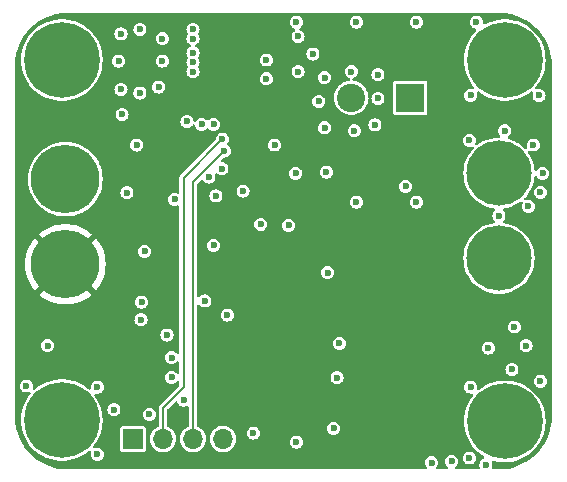
<source format=gbr>
%TF.GenerationSoftware,KiCad,Pcbnew,8.0.6*%
%TF.CreationDate,2024-11-07T10:06:34+11:00*%
%TF.ProjectId,mppt-board,6d707074-2d62-46f6-9172-642e6b696361,rev?*%
%TF.SameCoordinates,Original*%
%TF.FileFunction,Copper,L2,Inr*%
%TF.FilePolarity,Positive*%
%FSLAX46Y46*%
G04 Gerber Fmt 4.6, Leading zero omitted, Abs format (unit mm)*
G04 Created by KiCad (PCBNEW 8.0.6) date 2024-11-07 10:06:34*
%MOMM*%
%LPD*%
G01*
G04 APERTURE LIST*
%TA.AperFunction,ComponentPad*%
%ADD10C,5.800000*%
%TD*%
%TA.AperFunction,ComponentPad*%
%ADD11C,6.400000*%
%TD*%
%TA.AperFunction,ComponentPad*%
%ADD12R,2.400000X2.400000*%
%TD*%
%TA.AperFunction,ComponentPad*%
%ADD13C,2.400000*%
%TD*%
%TA.AperFunction,ComponentPad*%
%ADD14R,1.700000X1.700000*%
%TD*%
%TA.AperFunction,ComponentPad*%
%ADD15O,1.700000X1.700000*%
%TD*%
%TA.AperFunction,ComponentPad*%
%ADD16C,5.520000*%
%TD*%
%TA.AperFunction,ViaPad*%
%ADD17C,0.600000*%
%TD*%
%TA.AperFunction,Conductor*%
%ADD18C,0.200000*%
%TD*%
G04 APERTURE END LIST*
D10*
%TO.N,Net-(U4--)*%
%TO.C,U4*%
X66800000Y-64100000D03*
%TO.N,VBUS*%
X66800000Y-71300000D03*
%TD*%
D11*
%TO.N,GND*%
%TO.C,H3*%
X66500000Y-84500000D03*
%TD*%
D12*
%TO.N,Net-(D1-K)*%
%TO.C,C2*%
X96000000Y-57200000D03*
D13*
%TO.N,GND*%
X91000000Y-57200000D03*
%TD*%
D11*
%TO.N,GND*%
%TO.C,H2*%
X104000000Y-54000000D03*
%TD*%
D14*
%TO.N,VCC*%
%TO.C,J2*%
X72520000Y-86100000D03*
D15*
%TO.N,/swclk*%
X75060000Y-86100000D03*
%TO.N,/swdio*%
X77600000Y-86100000D03*
%TO.N,GND*%
X80140000Y-86100000D03*
%TD*%
D11*
%TO.N,GND*%
%TO.C,H1*%
X66500000Y-54000000D03*
%TD*%
%TO.N,GND*%
%TO.C,H4*%
X104000000Y-84600000D03*
%TD*%
D16*
%TO.N,Net-(D1-K)*%
%TO.C,U5*%
X103500000Y-70800000D03*
%TO.N,GND*%
X103500000Y-63600000D03*
%TD*%
D17*
%TO.N,GND*%
X75400000Y-77300000D03*
X75800000Y-79200000D03*
X86300000Y-63600000D03*
X84500000Y-61200000D03*
X85700000Y-68000000D03*
X78600000Y-74400000D03*
X73500000Y-70200000D03*
X65300000Y-78200000D03*
X69500000Y-81700000D03*
X63500000Y-81600000D03*
X69500000Y-87400000D03*
X102400000Y-88300000D03*
X101000000Y-87700000D03*
X101100000Y-81700000D03*
X102600000Y-78400000D03*
X105800000Y-78200000D03*
X106900000Y-57000000D03*
X101100000Y-57000000D03*
X107000000Y-65200000D03*
X103500000Y-67200000D03*
X106000000Y-66400000D03*
X101000000Y-60800000D03*
X107200000Y-63600000D03*
X106400000Y-61200000D03*
%TO.N,VBUS*%
X67300000Y-76000000D03*
X69400000Y-74800000D03*
X71000000Y-77000000D03*
X69300000Y-78900000D03*
X68900000Y-77000000D03*
X86340000Y-70710000D03*
X85140000Y-70110000D03*
X83600000Y-57400000D03*
X83400000Y-58200000D03*
X77600000Y-56400000D03*
%TO.N,GND*%
X88900000Y-63500000D03*
X71500000Y-56500000D03*
X71300000Y-54100000D03*
X73100000Y-51400000D03*
X89500000Y-85200000D03*
X71500000Y-51800000D03*
X74700000Y-56300000D03*
X91000000Y-55000000D03*
X75800000Y-80875429D03*
X107000000Y-81200000D03*
X93000000Y-59500000D03*
X81840000Y-65110000D03*
X86360000Y-50800000D03*
X80500000Y-75600000D03*
X75000000Y-52200000D03*
X73200000Y-76000000D03*
X73900000Y-84000000D03*
X99500000Y-88000000D03*
X83800000Y-55600000D03*
X79540000Y-65510000D03*
X104600000Y-80200000D03*
X75000000Y-54100000D03*
X70900000Y-83600000D03*
X88250000Y-57500000D03*
X93250000Y-55250000D03*
X77600000Y-53400000D03*
X80040000Y-63210000D03*
X104800000Y-76600000D03*
X73100000Y-56800000D03*
X93250000Y-57250000D03*
X91440000Y-66040000D03*
X77600000Y-54200000D03*
X89000000Y-72000000D03*
X86500000Y-55000000D03*
X86360000Y-86360000D03*
X104000000Y-60000000D03*
X88750000Y-59750000D03*
X77600000Y-55000000D03*
X101600000Y-50800000D03*
X89800000Y-80900000D03*
X73250000Y-74500000D03*
X88750000Y-55500000D03*
X79340000Y-59460000D03*
X76040000Y-65810000D03*
X83800000Y-54000000D03*
X96520000Y-66040000D03*
X77090000Y-59210000D03*
X87750000Y-53500000D03*
X86500000Y-52000000D03*
X72000000Y-65250000D03*
X78340000Y-59460000D03*
X96520000Y-50800000D03*
X91440000Y-50800000D03*
X90000000Y-78000000D03*
X97800000Y-88100000D03*
X82700000Y-85600000D03*
X91250000Y-60000000D03*
X79340000Y-69710000D03*
X95600000Y-64700000D03*
X71600000Y-58600000D03*
X76800000Y-82800000D03*
%TO.N,VCC*%
X72840000Y-61210000D03*
X77600000Y-52200000D03*
X77600000Y-51400000D03*
%TO.N,/V_{drop}*%
X78943861Y-63925378D03*
X83340000Y-67910000D03*
%TO.N,/swdio*%
X80240000Y-61710000D03*
%TO.N,/swclk*%
X80090000Y-60710000D03*
%TD*%
D18*
%TO.N,/swclk*%
X75060000Y-83440000D02*
X75060000Y-86100000D01*
X76800000Y-81700000D02*
X75060000Y-83440000D01*
X80090000Y-60710000D02*
X76800000Y-64000000D01*
X76800000Y-64000000D02*
X76800000Y-81700000D01*
%TO.N,/swdio*%
X77600000Y-86100000D02*
X77600000Y-64350000D01*
X77600000Y-64350000D02*
X80240000Y-61710000D01*
%TD*%
%TA.AperFunction,Conductor*%
%TO.N,VBUS*%
G36*
X86358663Y-50010857D02*
G01*
X86377505Y-50001981D01*
X86396611Y-50000500D01*
X91403389Y-50000500D01*
X91438663Y-50010857D01*
X91457505Y-50001981D01*
X91476611Y-50000500D01*
X96483389Y-50000500D01*
X96518663Y-50010857D01*
X96537505Y-50001981D01*
X96556611Y-50000500D01*
X101563389Y-50000500D01*
X101598663Y-50010857D01*
X101617505Y-50001981D01*
X101636611Y-50000500D01*
X103434108Y-50000500D01*
X103497294Y-50000500D01*
X103502702Y-50000617D01*
X103886771Y-50017386D01*
X103897506Y-50018326D01*
X104275971Y-50068152D01*
X104286597Y-50070025D01*
X104659284Y-50152648D01*
X104669710Y-50155442D01*
X105033765Y-50270227D01*
X105043911Y-50273920D01*
X105396578Y-50420000D01*
X105406369Y-50424566D01*
X105646365Y-50549500D01*
X105744942Y-50600816D01*
X105754310Y-50606224D01*
X106076244Y-50811318D01*
X106085105Y-50817523D01*
X106387930Y-51049889D01*
X106396217Y-51056843D01*
X106677635Y-51314715D01*
X106685284Y-51322364D01*
X106943156Y-51603782D01*
X106950110Y-51612069D01*
X107182476Y-51914894D01*
X107188681Y-51923755D01*
X107393775Y-52245689D01*
X107399183Y-52255057D01*
X107575430Y-52593623D01*
X107580002Y-52603427D01*
X107726075Y-52956078D01*
X107729775Y-52966244D01*
X107844554Y-53330278D01*
X107847354Y-53340727D01*
X107929971Y-53713389D01*
X107931849Y-53724042D01*
X107981671Y-54102473D01*
X107982614Y-54113249D01*
X107999382Y-54497297D01*
X107999500Y-54502706D01*
X107999500Y-63563388D01*
X107989141Y-63598663D01*
X107998019Y-63617505D01*
X107999500Y-63636611D01*
X107999500Y-84161759D01*
X107999382Y-84167168D01*
X107982614Y-84551218D01*
X107981671Y-84561994D01*
X107931850Y-84940424D01*
X107929972Y-84951078D01*
X107847355Y-85323739D01*
X107844555Y-85334187D01*
X107729776Y-85698220D01*
X107726076Y-85708386D01*
X107580003Y-86061038D01*
X107575431Y-86070842D01*
X107399184Y-86409408D01*
X107393776Y-86418776D01*
X107188686Y-86740704D01*
X107182481Y-86749566D01*
X106950107Y-87052401D01*
X106943153Y-87060687D01*
X106685291Y-87342094D01*
X106677642Y-87349744D01*
X106396211Y-87607627D01*
X106387924Y-87614580D01*
X106085106Y-87846940D01*
X106076245Y-87853145D01*
X105754311Y-88058239D01*
X105744943Y-88063647D01*
X105406377Y-88239893D01*
X105396573Y-88244465D01*
X105043921Y-88390538D01*
X105033755Y-88394238D01*
X104669722Y-88509016D01*
X104659274Y-88511816D01*
X104286613Y-88594433D01*
X104275959Y-88596311D01*
X103897528Y-88646132D01*
X103886751Y-88647075D01*
X103502556Y-88663848D01*
X103497148Y-88663966D01*
X103030676Y-88663966D01*
X102963637Y-88644281D01*
X102917882Y-88591477D01*
X102907938Y-88522319D01*
X102916115Y-88492514D01*
X102927727Y-88464479D01*
X102936330Y-88443709D01*
X102955250Y-88300000D01*
X102936330Y-88156291D01*
X102909043Y-88090415D01*
X102901575Y-88020947D01*
X102932850Y-87958468D01*
X102992939Y-87922816D01*
X103062764Y-87925310D01*
X103063203Y-87925457D01*
X103075534Y-87929612D01*
X103075533Y-87929612D01*
X103170425Y-87950499D01*
X103440951Y-88010046D01*
X103812919Y-88050500D01*
X103812925Y-88050500D01*
X104187075Y-88050500D01*
X104187081Y-88050500D01*
X104559049Y-88010046D01*
X104924462Y-87929613D01*
X105279038Y-87810142D01*
X105618617Y-87653036D01*
X105779409Y-87556291D01*
X105939205Y-87460146D01*
X105939210Y-87460142D01*
X105939209Y-87460142D01*
X105939220Y-87460136D01*
X106237087Y-87233703D01*
X106508727Y-86976392D01*
X106750954Y-86691221D01*
X106960928Y-86381531D01*
X107136189Y-86050955D01*
X107274680Y-85703368D01*
X107275407Y-85700752D01*
X107305429Y-85592620D01*
X107374779Y-85342845D01*
X107435311Y-84973613D01*
X107449108Y-84719139D01*
X107455568Y-84600002D01*
X107455568Y-84599997D01*
X107435311Y-84226389D01*
X107425849Y-84168671D01*
X107374779Y-83857155D01*
X107289182Y-83548862D01*
X107274682Y-83496637D01*
X107274681Y-83496635D01*
X107136193Y-83149054D01*
X107136184Y-83149036D01*
X106960926Y-82818465D01*
X106853369Y-82659830D01*
X106750954Y-82508779D01*
X106750950Y-82508774D01*
X106750947Y-82508770D01*
X106508727Y-82223608D01*
X106237087Y-81966297D01*
X106237086Y-81966296D01*
X106147745Y-81898381D01*
X105939220Y-81739864D01*
X105939216Y-81739861D01*
X105939210Y-81739857D01*
X105939205Y-81739853D01*
X105618621Y-81546966D01*
X105618608Y-81546959D01*
X105279048Y-81389862D01*
X105279043Y-81389860D01*
X105279038Y-81389858D01*
X105106203Y-81331623D01*
X104924461Y-81270386D01*
X104604687Y-81199999D01*
X106444750Y-81199999D01*
X106444750Y-81200000D01*
X106463670Y-81343708D01*
X106463671Y-81343712D01*
X106519137Y-81477622D01*
X106519138Y-81477624D01*
X106519139Y-81477625D01*
X106607379Y-81592621D01*
X106722375Y-81680861D01*
X106856291Y-81736330D01*
X106983280Y-81753048D01*
X106999999Y-81755250D01*
X107000000Y-81755250D01*
X107000001Y-81755250D01*
X107014977Y-81753278D01*
X107143709Y-81736330D01*
X107277625Y-81680861D01*
X107392621Y-81592621D01*
X107480861Y-81477625D01*
X107536330Y-81343709D01*
X107555250Y-81200000D01*
X107536330Y-81056291D01*
X107480861Y-80922375D01*
X107392621Y-80807379D01*
X107277625Y-80719139D01*
X107277624Y-80719138D01*
X107277622Y-80719137D01*
X107143712Y-80663671D01*
X107143710Y-80663670D01*
X107143709Y-80663670D01*
X107071854Y-80654210D01*
X107000001Y-80644750D01*
X106999999Y-80644750D01*
X106856291Y-80663670D01*
X106856287Y-80663671D01*
X106722377Y-80719137D01*
X106607379Y-80807379D01*
X106519137Y-80922377D01*
X106463671Y-81056287D01*
X106463670Y-81056291D01*
X106444750Y-81199999D01*
X104604687Y-81199999D01*
X104559047Y-81189953D01*
X104187082Y-81149500D01*
X104187081Y-81149500D01*
X103812919Y-81149500D01*
X103812917Y-81149500D01*
X103440952Y-81189953D01*
X103075538Y-81270386D01*
X102820588Y-81356290D01*
X102720962Y-81389858D01*
X102720959Y-81389859D01*
X102720951Y-81389862D01*
X102381391Y-81546959D01*
X102381378Y-81546966D01*
X102060794Y-81739853D01*
X102060780Y-81739863D01*
X101841125Y-81906840D01*
X101775843Y-81931739D01*
X101707462Y-81917392D01*
X101657693Y-81868353D01*
X101642338Y-81800191D01*
X101643142Y-81791967D01*
X101655250Y-81700000D01*
X101636330Y-81556291D01*
X101586641Y-81436329D01*
X101580862Y-81422377D01*
X101580861Y-81422376D01*
X101580861Y-81422375D01*
X101492621Y-81307379D01*
X101377625Y-81219139D01*
X101377624Y-81219138D01*
X101377622Y-81219137D01*
X101243712Y-81163671D01*
X101243710Y-81163670D01*
X101243709Y-81163670D01*
X101163051Y-81153051D01*
X101100001Y-81144750D01*
X101099999Y-81144750D01*
X100956291Y-81163670D01*
X100956287Y-81163671D01*
X100822377Y-81219137D01*
X100707379Y-81307379D01*
X100619137Y-81422377D01*
X100563671Y-81556287D01*
X100563670Y-81556291D01*
X100547270Y-81680862D01*
X100544750Y-81700000D01*
X100562798Y-81837089D01*
X100563670Y-81843708D01*
X100563671Y-81843712D01*
X100619137Y-81977622D01*
X100619138Y-81977624D01*
X100619139Y-81977625D01*
X100707379Y-82092621D01*
X100822375Y-82180861D01*
X100956291Y-82236330D01*
X101100000Y-82255250D01*
X101191301Y-82243229D01*
X101260332Y-82253994D01*
X101312589Y-82300373D01*
X101331475Y-82367642D01*
X101310995Y-82434442D01*
X101301993Y-82446443D01*
X101249051Y-82508771D01*
X101249045Y-82508780D01*
X101039073Y-82818465D01*
X100863815Y-83149036D01*
X100863806Y-83149054D01*
X100725318Y-83496635D01*
X100725317Y-83496637D01*
X100625223Y-83857146D01*
X100625222Y-83857149D01*
X100564688Y-84226389D01*
X100544432Y-84599997D01*
X100544432Y-84600002D01*
X100564688Y-84973610D01*
X100593976Y-85152260D01*
X100623799Y-85334174D01*
X100625222Y-85342850D01*
X100625223Y-85342853D01*
X100725317Y-85703362D01*
X100725318Y-85703364D01*
X100863806Y-86050945D01*
X100863815Y-86050963D01*
X101039073Y-86381534D01*
X101249045Y-86691219D01*
X101249052Y-86691229D01*
X101489814Y-86974674D01*
X101491273Y-86976392D01*
X101762913Y-87233703D01*
X102060780Y-87460136D01*
X102228641Y-87561134D01*
X102275936Y-87612564D01*
X102287919Y-87681398D01*
X102260784Y-87745784D01*
X102212166Y-87781946D01*
X102122377Y-87819138D01*
X102122375Y-87819139D01*
X102007379Y-87907379D01*
X101919137Y-88022377D01*
X101863671Y-88156287D01*
X101863670Y-88156291D01*
X101850642Y-88255250D01*
X101844750Y-88300000D01*
X101854969Y-88377623D01*
X101863670Y-88443708D01*
X101863671Y-88443712D01*
X101883885Y-88492514D01*
X101891354Y-88561984D01*
X101860078Y-88624463D01*
X101799989Y-88660115D01*
X101769324Y-88663966D01*
X99904290Y-88663966D01*
X99837251Y-88644281D01*
X99791496Y-88591477D01*
X99781552Y-88522319D01*
X99810577Y-88458763D01*
X99828803Y-88441591D01*
X99845672Y-88428646D01*
X99892621Y-88392621D01*
X99980861Y-88277625D01*
X100036330Y-88143709D01*
X100055250Y-88000000D01*
X100036330Y-87856291D01*
X99980861Y-87722375D01*
X99963692Y-87700000D01*
X100444750Y-87700000D01*
X100453132Y-87763670D01*
X100463670Y-87843708D01*
X100463671Y-87843712D01*
X100519137Y-87977622D01*
X100519138Y-87977624D01*
X100519139Y-87977625D01*
X100607379Y-88092621D01*
X100722375Y-88180861D01*
X100856291Y-88236330D01*
X100983280Y-88253048D01*
X100999999Y-88255250D01*
X101000000Y-88255250D01*
X101000001Y-88255250D01*
X101014977Y-88253278D01*
X101143709Y-88236330D01*
X101277625Y-88180861D01*
X101392621Y-88092621D01*
X101480861Y-87977625D01*
X101536330Y-87843709D01*
X101555250Y-87700000D01*
X101536330Y-87556291D01*
X101480861Y-87422375D01*
X101392621Y-87307379D01*
X101277625Y-87219139D01*
X101277624Y-87219138D01*
X101277622Y-87219137D01*
X101143712Y-87163671D01*
X101143710Y-87163670D01*
X101143709Y-87163670D01*
X101071854Y-87154210D01*
X101000001Y-87144750D01*
X100999999Y-87144750D01*
X100856291Y-87163670D01*
X100856287Y-87163671D01*
X100722377Y-87219137D01*
X100607379Y-87307379D01*
X100519137Y-87422377D01*
X100463671Y-87556287D01*
X100463670Y-87556291D01*
X100450933Y-87653040D01*
X100444750Y-87700000D01*
X99963692Y-87700000D01*
X99892621Y-87607379D01*
X99777625Y-87519139D01*
X99777624Y-87519138D01*
X99777622Y-87519137D01*
X99643712Y-87463671D01*
X99643710Y-87463670D01*
X99643709Y-87463670D01*
X99571854Y-87454210D01*
X99500001Y-87444750D01*
X99499999Y-87444750D01*
X99356291Y-87463670D01*
X99356287Y-87463671D01*
X99222377Y-87519137D01*
X99107379Y-87607379D01*
X99019137Y-87722377D01*
X98963671Y-87856287D01*
X98963670Y-87856291D01*
X98950505Y-87956291D01*
X98944750Y-88000000D01*
X98957915Y-88100000D01*
X98963670Y-88143708D01*
X98963671Y-88143712D01*
X99019137Y-88277622D01*
X99019138Y-88277624D01*
X99019139Y-88277625D01*
X99107379Y-88392621D01*
X99141415Y-88418738D01*
X99171197Y-88441591D01*
X99212399Y-88498019D01*
X99216554Y-88567765D01*
X99182341Y-88628685D01*
X99120624Y-88661437D01*
X99095710Y-88663966D01*
X98312590Y-88663966D01*
X98245551Y-88644281D01*
X98199796Y-88591477D01*
X98189852Y-88522319D01*
X98214215Y-88464479D01*
X98230150Y-88443712D01*
X98280861Y-88377625D01*
X98336330Y-88243709D01*
X98355250Y-88100000D01*
X98336330Y-87956291D01*
X98292404Y-87850242D01*
X98280862Y-87822377D01*
X98280861Y-87822376D01*
X98280861Y-87822375D01*
X98192621Y-87707379D01*
X98077625Y-87619139D01*
X98077624Y-87619138D01*
X98077622Y-87619137D01*
X97943712Y-87563671D01*
X97943710Y-87563670D01*
X97943709Y-87563670D01*
X97862937Y-87553036D01*
X97800001Y-87544750D01*
X97799999Y-87544750D01*
X97656291Y-87563670D01*
X97656287Y-87563671D01*
X97522377Y-87619137D01*
X97407379Y-87707379D01*
X97319137Y-87822377D01*
X97263671Y-87956287D01*
X97263670Y-87956291D01*
X97245722Y-88092620D01*
X97244750Y-88100000D01*
X97262698Y-88236329D01*
X97263670Y-88243708D01*
X97263671Y-88243712D01*
X97319138Y-88377623D01*
X97319139Y-88377626D01*
X97385785Y-88464479D01*
X97410980Y-88529648D01*
X97396942Y-88598093D01*
X97348128Y-88648083D01*
X97287410Y-88663966D01*
X67002706Y-88663966D01*
X66997297Y-88663848D01*
X66613245Y-88647080D01*
X66602471Y-88646137D01*
X66413252Y-88621226D01*
X66224036Y-88596316D01*
X66213383Y-88594438D01*
X65840719Y-88511821D01*
X65830270Y-88509021D01*
X65466230Y-88394240D01*
X65456065Y-88390540D01*
X65424887Y-88377626D01*
X65237477Y-88299999D01*
X65103419Y-88244471D01*
X65093615Y-88239900D01*
X65086757Y-88236330D01*
X64755029Y-88063644D01*
X64745672Y-88058242D01*
X64423729Y-87853144D01*
X64414881Y-87846947D01*
X64117992Y-87619139D01*
X64112047Y-87614577D01*
X64103761Y-87607624D01*
X63822344Y-87349757D01*
X63814694Y-87342108D01*
X63556807Y-87060677D01*
X63549854Y-87052390D01*
X63317489Y-86749572D01*
X63311284Y-86740711D01*
X63303614Y-86728672D01*
X63106189Y-86418781D01*
X63100782Y-86409417D01*
X62924518Y-86070826D01*
X62919961Y-86061054D01*
X62773876Y-85708381D01*
X62770180Y-85698224D01*
X62655391Y-85334174D01*
X62652595Y-85323739D01*
X62569970Y-84951064D01*
X62568098Y-84940449D01*
X62518265Y-84561971D01*
X62517325Y-84551218D01*
X62500618Y-84168671D01*
X62500500Y-84163261D01*
X62500500Y-81600000D01*
X62944750Y-81600000D01*
X62962698Y-81736329D01*
X62963670Y-81743708D01*
X62963671Y-81743712D01*
X63019137Y-81877622D01*
X63019138Y-81877624D01*
X63019139Y-81877625D01*
X63107379Y-81992621D01*
X63222375Y-82080861D01*
X63222376Y-82080861D01*
X63222377Y-82080862D01*
X63267013Y-82099350D01*
X63356291Y-82136330D01*
X63483280Y-82153048D01*
X63499999Y-82155250D01*
X63500000Y-82155250D01*
X63500001Y-82155250D01*
X63535927Y-82150520D01*
X63643709Y-82136330D01*
X63688917Y-82117604D01*
X63758381Y-82110136D01*
X63820861Y-82141410D01*
X63856514Y-82201499D01*
X63854021Y-82271324D01*
X63830875Y-82312441D01*
X63749051Y-82408771D01*
X63749045Y-82408780D01*
X63539073Y-82718465D01*
X63363815Y-83049036D01*
X63363806Y-83049054D01*
X63225318Y-83396635D01*
X63225317Y-83396637D01*
X63125223Y-83757146D01*
X63125222Y-83757149D01*
X63064688Y-84126389D01*
X63044432Y-84499997D01*
X63044432Y-84500002D01*
X63064688Y-84873610D01*
X63094637Y-85056291D01*
X63122348Y-85225323D01*
X63125222Y-85242850D01*
X63125223Y-85242853D01*
X63225317Y-85603362D01*
X63225318Y-85603364D01*
X63363806Y-85950945D01*
X63363815Y-85950963D01*
X63539073Y-86281534D01*
X63749045Y-86591219D01*
X63749052Y-86591229D01*
X63991272Y-86876391D01*
X63991273Y-86876392D01*
X64262913Y-87133703D01*
X64560780Y-87360136D01*
X64560785Y-87360139D01*
X64560789Y-87360142D01*
X64560794Y-87360146D01*
X64881378Y-87553033D01*
X64881383Y-87553036D01*
X64881387Y-87553037D01*
X64881391Y-87553040D01*
X65158833Y-87681398D01*
X65220962Y-87710142D01*
X65575538Y-87829613D01*
X65940951Y-87910046D01*
X66312919Y-87950500D01*
X66312925Y-87950500D01*
X66687075Y-87950500D01*
X66687081Y-87950500D01*
X67059049Y-87910046D01*
X67424462Y-87829613D01*
X67779038Y-87710142D01*
X68118617Y-87553036D01*
X68273002Y-87460146D01*
X68439205Y-87360146D01*
X68439210Y-87360142D01*
X68439209Y-87360142D01*
X68439220Y-87360136D01*
X68737087Y-87133703D01*
X68770958Y-87101618D01*
X68833161Y-87069807D01*
X68902693Y-87076675D01*
X68957473Y-87120045D01*
X68980109Y-87186146D01*
X68970794Y-87239090D01*
X68963671Y-87256287D01*
X68963670Y-87256291D01*
X68949998Y-87360142D01*
X68944750Y-87400000D01*
X68953132Y-87463670D01*
X68963670Y-87543708D01*
X68963671Y-87543712D01*
X69019137Y-87677622D01*
X69019138Y-87677624D01*
X69019139Y-87677625D01*
X69107379Y-87792621D01*
X69222375Y-87880861D01*
X69356291Y-87936330D01*
X69483280Y-87953048D01*
X69499999Y-87955250D01*
X69500000Y-87955250D01*
X69500001Y-87955250D01*
X69514977Y-87953278D01*
X69643709Y-87936330D01*
X69777625Y-87880861D01*
X69892621Y-87792621D01*
X69980861Y-87677625D01*
X70036330Y-87543709D01*
X70055250Y-87400000D01*
X70036330Y-87256291D01*
X69980861Y-87122375D01*
X69892621Y-87007379D01*
X69777625Y-86919139D01*
X69777624Y-86919138D01*
X69777622Y-86919137D01*
X69643712Y-86863671D01*
X69643710Y-86863670D01*
X69643709Y-86863670D01*
X69571854Y-86854210D01*
X69500001Y-86844750D01*
X69499999Y-86844750D01*
X69356291Y-86863670D01*
X69311084Y-86882395D01*
X69241615Y-86889862D01*
X69179136Y-86858587D01*
X69143484Y-86798497D01*
X69145979Y-86728672D01*
X69169125Y-86687557D01*
X69211541Y-86637622D01*
X69250954Y-86591221D01*
X69460928Y-86281531D01*
X69636189Y-85950955D01*
X69774680Y-85603368D01*
X69775616Y-85599999D01*
X69846774Y-85343708D01*
X69874779Y-85242845D01*
X69877652Y-85225321D01*
X71419500Y-85225321D01*
X71419500Y-86974678D01*
X71434032Y-87047735D01*
X71434033Y-87047739D01*
X71434034Y-87047740D01*
X71489399Y-87130601D01*
X71538893Y-87163671D01*
X71572260Y-87185966D01*
X71572264Y-87185967D01*
X71645321Y-87200499D01*
X71645324Y-87200500D01*
X71645326Y-87200500D01*
X73394676Y-87200500D01*
X73394677Y-87200499D01*
X73467740Y-87185966D01*
X73550601Y-87130601D01*
X73605966Y-87047740D01*
X73620500Y-86974674D01*
X73620500Y-86099999D01*
X73954785Y-86099999D01*
X73954785Y-86100000D01*
X73973602Y-86303082D01*
X74029417Y-86499247D01*
X74029422Y-86499260D01*
X74120327Y-86681821D01*
X74243237Y-86844581D01*
X74393958Y-86981980D01*
X74393960Y-86981982D01*
X74434978Y-87007379D01*
X74567363Y-87089348D01*
X74757544Y-87163024D01*
X74958024Y-87200500D01*
X74958026Y-87200500D01*
X75161974Y-87200500D01*
X75161976Y-87200500D01*
X75362456Y-87163024D01*
X75552637Y-87089348D01*
X75726041Y-86981981D01*
X75861398Y-86858587D01*
X75876762Y-86844581D01*
X75876764Y-86844579D01*
X75999673Y-86681821D01*
X76090582Y-86499250D01*
X76146397Y-86303083D01*
X76165215Y-86100000D01*
X76160669Y-86050945D01*
X76146397Y-85896917D01*
X76120173Y-85804750D01*
X76090582Y-85700750D01*
X76089324Y-85698224D01*
X76036740Y-85592620D01*
X75999673Y-85518179D01*
X75876764Y-85355421D01*
X75876762Y-85355418D01*
X75726041Y-85218019D01*
X75726039Y-85218017D01*
X75552640Y-85110653D01*
X75552625Y-85110646D01*
X75489706Y-85086271D01*
X75434304Y-85043698D01*
X75410714Y-84977931D01*
X75410500Y-84970645D01*
X75410500Y-83636543D01*
X75430185Y-83569504D01*
X75446815Y-83548866D01*
X76070441Y-82925239D01*
X76131764Y-82891755D01*
X76201456Y-82896739D01*
X76257389Y-82938611D01*
X76272683Y-82965469D01*
X76319137Y-83077622D01*
X76319138Y-83077624D01*
X76319139Y-83077625D01*
X76407379Y-83192621D01*
X76522375Y-83280861D01*
X76656291Y-83336330D01*
X76783280Y-83353048D01*
X76799999Y-83355250D01*
X76800000Y-83355250D01*
X76800001Y-83355250D01*
X76814977Y-83353278D01*
X76943709Y-83336330D01*
X77077625Y-83280861D01*
X77077624Y-83280861D01*
X77078048Y-83280686D01*
X77147517Y-83273217D01*
X77209996Y-83304493D01*
X77245648Y-83364582D01*
X77249500Y-83395247D01*
X77249500Y-84970645D01*
X77229815Y-85037684D01*
X77177011Y-85083439D01*
X77170294Y-85086271D01*
X77107374Y-85110646D01*
X77107359Y-85110653D01*
X76933960Y-85218017D01*
X76933958Y-85218019D01*
X76783237Y-85355418D01*
X76660327Y-85518178D01*
X76569422Y-85700739D01*
X76569417Y-85700752D01*
X76513602Y-85896917D01*
X76494785Y-86099999D01*
X76494785Y-86100000D01*
X76513602Y-86303082D01*
X76569417Y-86499247D01*
X76569422Y-86499260D01*
X76660327Y-86681821D01*
X76783237Y-86844581D01*
X76933958Y-86981980D01*
X76933960Y-86981982D01*
X76974978Y-87007379D01*
X77107363Y-87089348D01*
X77297544Y-87163024D01*
X77498024Y-87200500D01*
X77498026Y-87200500D01*
X77701974Y-87200500D01*
X77701976Y-87200500D01*
X77902456Y-87163024D01*
X78092637Y-87089348D01*
X78266041Y-86981981D01*
X78401398Y-86858587D01*
X78416762Y-86844581D01*
X78416764Y-86844579D01*
X78539673Y-86681821D01*
X78630582Y-86499250D01*
X78686397Y-86303083D01*
X78705215Y-86100000D01*
X78705215Y-86099999D01*
X79034785Y-86099999D01*
X79034785Y-86100000D01*
X79053602Y-86303082D01*
X79109417Y-86499247D01*
X79109422Y-86499260D01*
X79200327Y-86681821D01*
X79323237Y-86844581D01*
X79473958Y-86981980D01*
X79473960Y-86981982D01*
X79514978Y-87007379D01*
X79647363Y-87089348D01*
X79837544Y-87163024D01*
X80038024Y-87200500D01*
X80038026Y-87200500D01*
X80241974Y-87200500D01*
X80241976Y-87200500D01*
X80442456Y-87163024D01*
X80632637Y-87089348D01*
X80806041Y-86981981D01*
X80941398Y-86858587D01*
X80956762Y-86844581D01*
X80956764Y-86844579D01*
X81079673Y-86681821D01*
X81170582Y-86499250D01*
X81210203Y-86359999D01*
X85804750Y-86359999D01*
X85804750Y-86360000D01*
X85823670Y-86503708D01*
X85823671Y-86503712D01*
X85879137Y-86637622D01*
X85879138Y-86637624D01*
X85879139Y-86637625D01*
X85967379Y-86752621D01*
X86082375Y-86840861D01*
X86216291Y-86896330D01*
X86343280Y-86913048D01*
X86359999Y-86915250D01*
X86360000Y-86915250D01*
X86360001Y-86915250D01*
X86374977Y-86913278D01*
X86503709Y-86896330D01*
X86637625Y-86840861D01*
X86752621Y-86752621D01*
X86840861Y-86637625D01*
X86896330Y-86503709D01*
X86915250Y-86360000D01*
X86896330Y-86216291D01*
X86859350Y-86127013D01*
X86840862Y-86082377D01*
X86840861Y-86082376D01*
X86840861Y-86082375D01*
X86752621Y-85967379D01*
X86637625Y-85879139D01*
X86637624Y-85879138D01*
X86637622Y-85879137D01*
X86503712Y-85823671D01*
X86503710Y-85823670D01*
X86503709Y-85823670D01*
X86431854Y-85814210D01*
X86360001Y-85804750D01*
X86359999Y-85804750D01*
X86216291Y-85823670D01*
X86216287Y-85823671D01*
X86082377Y-85879137D01*
X85967379Y-85967379D01*
X85879137Y-86082377D01*
X85823671Y-86216287D01*
X85823670Y-86216291D01*
X85804750Y-86359999D01*
X81210203Y-86359999D01*
X81226397Y-86303083D01*
X81245215Y-86100000D01*
X81240669Y-86050945D01*
X81226397Y-85896917D01*
X81200173Y-85804750D01*
X81170582Y-85700750D01*
X81169324Y-85698224D01*
X81120415Y-85600000D01*
X82144750Y-85600000D01*
X82162698Y-85736329D01*
X82163670Y-85743708D01*
X82163671Y-85743712D01*
X82219137Y-85877622D01*
X82219138Y-85877624D01*
X82219139Y-85877625D01*
X82307379Y-85992621D01*
X82422375Y-86080861D01*
X82556291Y-86136330D01*
X82683280Y-86153048D01*
X82699999Y-86155250D01*
X82700000Y-86155250D01*
X82700001Y-86155250D01*
X82714977Y-86153278D01*
X82843709Y-86136330D01*
X82977625Y-86080861D01*
X83092621Y-85992621D01*
X83180861Y-85877625D01*
X83236330Y-85743709D01*
X83255250Y-85600000D01*
X83236330Y-85456291D01*
X83180861Y-85322375D01*
X83092621Y-85207379D01*
X83083005Y-85200000D01*
X88944750Y-85200000D01*
X88962416Y-85334187D01*
X88963670Y-85343708D01*
X88963671Y-85343712D01*
X89019137Y-85477622D01*
X89019138Y-85477624D01*
X89019139Y-85477625D01*
X89107379Y-85592621D01*
X89222375Y-85680861D01*
X89356291Y-85736330D01*
X89483280Y-85753048D01*
X89499999Y-85755250D01*
X89500000Y-85755250D01*
X89500001Y-85755250D01*
X89514977Y-85753278D01*
X89643709Y-85736330D01*
X89777625Y-85680861D01*
X89892621Y-85592621D01*
X89980861Y-85477625D01*
X90036330Y-85343709D01*
X90055250Y-85200000D01*
X90036330Y-85056291D01*
X89980861Y-84922375D01*
X89892621Y-84807379D01*
X89777625Y-84719139D01*
X89777624Y-84719138D01*
X89777622Y-84719137D01*
X89643712Y-84663671D01*
X89643710Y-84663670D01*
X89643709Y-84663670D01*
X89571854Y-84654210D01*
X89500001Y-84644750D01*
X89499999Y-84644750D01*
X89356291Y-84663670D01*
X89356287Y-84663671D01*
X89222377Y-84719137D01*
X89107379Y-84807379D01*
X89019137Y-84922377D01*
X88963671Y-85056287D01*
X88963670Y-85056291D01*
X88944750Y-85200000D01*
X83083005Y-85200000D01*
X82977625Y-85119139D01*
X82977624Y-85119138D01*
X82977622Y-85119137D01*
X82843712Y-85063671D01*
X82843710Y-85063670D01*
X82843709Y-85063670D01*
X82771854Y-85054210D01*
X82700001Y-85044750D01*
X82699999Y-85044750D01*
X82556291Y-85063670D01*
X82556287Y-85063671D01*
X82422377Y-85119137D01*
X82307379Y-85207379D01*
X82219137Y-85322377D01*
X82163671Y-85456287D01*
X82163670Y-85456291D01*
X82145722Y-85592620D01*
X82144750Y-85600000D01*
X81120415Y-85600000D01*
X81116740Y-85592620D01*
X81079673Y-85518179D01*
X80956764Y-85355421D01*
X80956762Y-85355418D01*
X80806041Y-85218019D01*
X80806039Y-85218017D01*
X80632642Y-85110655D01*
X80632639Y-85110653D01*
X80632637Y-85110652D01*
X80632636Y-85110651D01*
X80632635Y-85110651D01*
X80511364Y-85063671D01*
X80442456Y-85036976D01*
X80241976Y-84999500D01*
X80038024Y-84999500D01*
X79837544Y-85036976D01*
X79837541Y-85036976D01*
X79837541Y-85036977D01*
X79647364Y-85110651D01*
X79647357Y-85110655D01*
X79473960Y-85218017D01*
X79473958Y-85218019D01*
X79323237Y-85355418D01*
X79200327Y-85518178D01*
X79109422Y-85700739D01*
X79109417Y-85700752D01*
X79053602Y-85896917D01*
X79034785Y-86099999D01*
X78705215Y-86099999D01*
X78700669Y-86050945D01*
X78686397Y-85896917D01*
X78660173Y-85804750D01*
X78630582Y-85700750D01*
X78629324Y-85698224D01*
X78576740Y-85592620D01*
X78539673Y-85518179D01*
X78416764Y-85355421D01*
X78416762Y-85355418D01*
X78266041Y-85218019D01*
X78266039Y-85218017D01*
X78092640Y-85110653D01*
X78092625Y-85110646D01*
X78029706Y-85086271D01*
X77974304Y-85043698D01*
X77950714Y-84977931D01*
X77950500Y-84970645D01*
X77950500Y-80899999D01*
X89244750Y-80899999D01*
X89244750Y-80900000D01*
X89263670Y-81043708D01*
X89263671Y-81043712D01*
X89319137Y-81177622D01*
X89319138Y-81177624D01*
X89319139Y-81177625D01*
X89407379Y-81292621D01*
X89522375Y-81380861D01*
X89522376Y-81380861D01*
X89522377Y-81380862D01*
X89567013Y-81399350D01*
X89656291Y-81436330D01*
X89783280Y-81453048D01*
X89799999Y-81455250D01*
X89800000Y-81455250D01*
X89800001Y-81455250D01*
X89814977Y-81453278D01*
X89943709Y-81436330D01*
X90077625Y-81380861D01*
X90192621Y-81292621D01*
X90280861Y-81177625D01*
X90336330Y-81043709D01*
X90355250Y-80900000D01*
X90336330Y-80756291D01*
X90280861Y-80622375D01*
X90192621Y-80507379D01*
X90077625Y-80419139D01*
X90077624Y-80419138D01*
X90077622Y-80419137D01*
X89943712Y-80363671D01*
X89943710Y-80363670D01*
X89943709Y-80363670D01*
X89871854Y-80354210D01*
X89800001Y-80344750D01*
X89799999Y-80344750D01*
X89656291Y-80363670D01*
X89656287Y-80363671D01*
X89522377Y-80419137D01*
X89407379Y-80507379D01*
X89319137Y-80622377D01*
X89263671Y-80756287D01*
X89263670Y-80756291D01*
X89244750Y-80899999D01*
X77950500Y-80899999D01*
X77950500Y-80199999D01*
X104044750Y-80199999D01*
X104044750Y-80200000D01*
X104063670Y-80343708D01*
X104063671Y-80343712D01*
X104119137Y-80477622D01*
X104119138Y-80477624D01*
X104119139Y-80477625D01*
X104207379Y-80592621D01*
X104322375Y-80680861D01*
X104456291Y-80736330D01*
X104583280Y-80753048D01*
X104599999Y-80755250D01*
X104600000Y-80755250D01*
X104600001Y-80755250D01*
X104614977Y-80753278D01*
X104743709Y-80736330D01*
X104877625Y-80680861D01*
X104992621Y-80592621D01*
X105080861Y-80477625D01*
X105136330Y-80343709D01*
X105155250Y-80200000D01*
X105136330Y-80056291D01*
X105080861Y-79922375D01*
X104992621Y-79807379D01*
X104877625Y-79719139D01*
X104877624Y-79719138D01*
X104877622Y-79719137D01*
X104743712Y-79663671D01*
X104743710Y-79663670D01*
X104743709Y-79663670D01*
X104671854Y-79654210D01*
X104600001Y-79644750D01*
X104599999Y-79644750D01*
X104456291Y-79663670D01*
X104456287Y-79663671D01*
X104322377Y-79719137D01*
X104207379Y-79807379D01*
X104119137Y-79922377D01*
X104063671Y-80056287D01*
X104063670Y-80056291D01*
X104044750Y-80199999D01*
X77950500Y-80199999D01*
X77950500Y-78000000D01*
X89444750Y-78000000D01*
X89452160Y-78056287D01*
X89463670Y-78143708D01*
X89463671Y-78143712D01*
X89519137Y-78277622D01*
X89519138Y-78277624D01*
X89519139Y-78277625D01*
X89607379Y-78392621D01*
X89722375Y-78480861D01*
X89856291Y-78536330D01*
X89983280Y-78553048D01*
X89999999Y-78555250D01*
X90000000Y-78555250D01*
X90000001Y-78555250D01*
X90014977Y-78553278D01*
X90143709Y-78536330D01*
X90277625Y-78480861D01*
X90383005Y-78400000D01*
X102044750Y-78400000D01*
X102062698Y-78536329D01*
X102063670Y-78543708D01*
X102063671Y-78543712D01*
X102119137Y-78677622D01*
X102119138Y-78677624D01*
X102119139Y-78677625D01*
X102207379Y-78792621D01*
X102322375Y-78880861D01*
X102322376Y-78880861D01*
X102322377Y-78880862D01*
X102367013Y-78899350D01*
X102456291Y-78936330D01*
X102583280Y-78953048D01*
X102599999Y-78955250D01*
X102600000Y-78955250D01*
X102600001Y-78955250D01*
X102614977Y-78953278D01*
X102743709Y-78936330D01*
X102877625Y-78880861D01*
X102992621Y-78792621D01*
X103080861Y-78677625D01*
X103136330Y-78543709D01*
X103155250Y-78400000D01*
X103136330Y-78256291D01*
X103113014Y-78200000D01*
X105244750Y-78200000D01*
X105252160Y-78256287D01*
X105263670Y-78343708D01*
X105263671Y-78343712D01*
X105319137Y-78477622D01*
X105319138Y-78477624D01*
X105319139Y-78477625D01*
X105407379Y-78592621D01*
X105522375Y-78680861D01*
X105656291Y-78736330D01*
X105783280Y-78753048D01*
X105799999Y-78755250D01*
X105800000Y-78755250D01*
X105800001Y-78755250D01*
X105814977Y-78753278D01*
X105943709Y-78736330D01*
X106077625Y-78680861D01*
X106192621Y-78592621D01*
X106280861Y-78477625D01*
X106336330Y-78343709D01*
X106355250Y-78200000D01*
X106336330Y-78056291D01*
X106280861Y-77922375D01*
X106192621Y-77807379D01*
X106077625Y-77719139D01*
X106077624Y-77719138D01*
X106077622Y-77719137D01*
X105943712Y-77663671D01*
X105943710Y-77663670D01*
X105943709Y-77663670D01*
X105871854Y-77654210D01*
X105800001Y-77644750D01*
X105799999Y-77644750D01*
X105656291Y-77663670D01*
X105656287Y-77663671D01*
X105522377Y-77719137D01*
X105407379Y-77807379D01*
X105319137Y-77922377D01*
X105263671Y-78056287D01*
X105263670Y-78056291D01*
X105244750Y-78200000D01*
X103113014Y-78200000D01*
X103080861Y-78122375D01*
X102992621Y-78007379D01*
X102877625Y-77919139D01*
X102877624Y-77919138D01*
X102877622Y-77919137D01*
X102743712Y-77863671D01*
X102743710Y-77863670D01*
X102743709Y-77863670D01*
X102671854Y-77854210D01*
X102600001Y-77844750D01*
X102599999Y-77844750D01*
X102456291Y-77863670D01*
X102456287Y-77863671D01*
X102322377Y-77919137D01*
X102207379Y-78007379D01*
X102119137Y-78122377D01*
X102063671Y-78256287D01*
X102063670Y-78256291D01*
X102045722Y-78392620D01*
X102044750Y-78400000D01*
X90383005Y-78400000D01*
X90392621Y-78392621D01*
X90480861Y-78277625D01*
X90536330Y-78143709D01*
X90555250Y-78000000D01*
X90536330Y-77856291D01*
X90480861Y-77722375D01*
X90392621Y-77607379D01*
X90277625Y-77519139D01*
X90277624Y-77519138D01*
X90277622Y-77519137D01*
X90143712Y-77463671D01*
X90143710Y-77463670D01*
X90143709Y-77463670D01*
X90071854Y-77454210D01*
X90000001Y-77444750D01*
X89999999Y-77444750D01*
X89856291Y-77463670D01*
X89856287Y-77463671D01*
X89722377Y-77519137D01*
X89607379Y-77607379D01*
X89519137Y-77722377D01*
X89463671Y-77856287D01*
X89463670Y-77856291D01*
X89444750Y-78000000D01*
X77950500Y-78000000D01*
X77950500Y-76599999D01*
X104244750Y-76599999D01*
X104244750Y-76600000D01*
X104263670Y-76743708D01*
X104263671Y-76743712D01*
X104319137Y-76877622D01*
X104319138Y-76877624D01*
X104319139Y-76877625D01*
X104407379Y-76992621D01*
X104522375Y-77080861D01*
X104656291Y-77136330D01*
X104783280Y-77153048D01*
X104799999Y-77155250D01*
X104800000Y-77155250D01*
X104800001Y-77155250D01*
X104814977Y-77153278D01*
X104943709Y-77136330D01*
X105077625Y-77080861D01*
X105192621Y-76992621D01*
X105280861Y-76877625D01*
X105336330Y-76743709D01*
X105355250Y-76600000D01*
X105336330Y-76456291D01*
X105280861Y-76322375D01*
X105192621Y-76207379D01*
X105077625Y-76119139D01*
X105077624Y-76119138D01*
X105077622Y-76119137D01*
X104943712Y-76063671D01*
X104943710Y-76063670D01*
X104943709Y-76063670D01*
X104871854Y-76054210D01*
X104800001Y-76044750D01*
X104799999Y-76044750D01*
X104656291Y-76063670D01*
X104656287Y-76063671D01*
X104522377Y-76119137D01*
X104407379Y-76207379D01*
X104319137Y-76322377D01*
X104263671Y-76456287D01*
X104263670Y-76456291D01*
X104244750Y-76599999D01*
X77950500Y-76599999D01*
X77950500Y-75599999D01*
X79944750Y-75599999D01*
X79944750Y-75600000D01*
X79963670Y-75743708D01*
X79963671Y-75743712D01*
X80019137Y-75877622D01*
X80019138Y-75877624D01*
X80019139Y-75877625D01*
X80107379Y-75992621D01*
X80222375Y-76080861D01*
X80356291Y-76136330D01*
X80483280Y-76153048D01*
X80499999Y-76155250D01*
X80500000Y-76155250D01*
X80500001Y-76155250D01*
X80514977Y-76153278D01*
X80643709Y-76136330D01*
X80777625Y-76080861D01*
X80892621Y-75992621D01*
X80980861Y-75877625D01*
X81036330Y-75743709D01*
X81055250Y-75600000D01*
X81036330Y-75456291D01*
X80980861Y-75322375D01*
X80892621Y-75207379D01*
X80777625Y-75119139D01*
X80777624Y-75119138D01*
X80777622Y-75119137D01*
X80643712Y-75063671D01*
X80643710Y-75063670D01*
X80643709Y-75063670D01*
X80571854Y-75054210D01*
X80500001Y-75044750D01*
X80499999Y-75044750D01*
X80356291Y-75063670D01*
X80356287Y-75063671D01*
X80222377Y-75119137D01*
X80107379Y-75207379D01*
X80019137Y-75322377D01*
X79963671Y-75456287D01*
X79963670Y-75456291D01*
X79944750Y-75599999D01*
X77950500Y-75599999D01*
X77950500Y-74823141D01*
X77970185Y-74756102D01*
X78022989Y-74710347D01*
X78092147Y-74700403D01*
X78155703Y-74729428D01*
X78172871Y-74747650D01*
X78207379Y-74792621D01*
X78322375Y-74880861D01*
X78322376Y-74880861D01*
X78322377Y-74880862D01*
X78367013Y-74899350D01*
X78456291Y-74936330D01*
X78583280Y-74953048D01*
X78599999Y-74955250D01*
X78600000Y-74955250D01*
X78600001Y-74955250D01*
X78614977Y-74953278D01*
X78743709Y-74936330D01*
X78877625Y-74880861D01*
X78992621Y-74792621D01*
X79080861Y-74677625D01*
X79136330Y-74543709D01*
X79155250Y-74400000D01*
X79136330Y-74256291D01*
X79080861Y-74122375D01*
X78992621Y-74007379D01*
X78877625Y-73919139D01*
X78877624Y-73919138D01*
X78877622Y-73919137D01*
X78743712Y-73863671D01*
X78743710Y-73863670D01*
X78743709Y-73863670D01*
X78671854Y-73854210D01*
X78600001Y-73844750D01*
X78599999Y-73844750D01*
X78456291Y-73863670D01*
X78456287Y-73863671D01*
X78322377Y-73919137D01*
X78288998Y-73944750D01*
X78207379Y-74007379D01*
X78207378Y-74007380D01*
X78207377Y-74007381D01*
X78172875Y-74052345D01*
X78116447Y-74093547D01*
X78046701Y-74097702D01*
X77985781Y-74063489D01*
X77953029Y-74001772D01*
X77950500Y-73976858D01*
X77950500Y-71999999D01*
X88444750Y-71999999D01*
X88444750Y-72000000D01*
X88463670Y-72143708D01*
X88463671Y-72143712D01*
X88519137Y-72277622D01*
X88519138Y-72277624D01*
X88519139Y-72277625D01*
X88607379Y-72392621D01*
X88722375Y-72480861D01*
X88856291Y-72536330D01*
X88983280Y-72553048D01*
X88999999Y-72555250D01*
X89000000Y-72555250D01*
X89000001Y-72555250D01*
X89014977Y-72553278D01*
X89143709Y-72536330D01*
X89277625Y-72480861D01*
X89392621Y-72392621D01*
X89480861Y-72277625D01*
X89536330Y-72143709D01*
X89555250Y-72000000D01*
X89536330Y-71856291D01*
X89480861Y-71722375D01*
X89392621Y-71607379D01*
X89277625Y-71519139D01*
X89277624Y-71519138D01*
X89277622Y-71519137D01*
X89143712Y-71463671D01*
X89143710Y-71463670D01*
X89143709Y-71463670D01*
X89071854Y-71454210D01*
X89000001Y-71444750D01*
X88999999Y-71444750D01*
X88856291Y-71463670D01*
X88856287Y-71463671D01*
X88722377Y-71519137D01*
X88607379Y-71607379D01*
X88519137Y-71722377D01*
X88463671Y-71856287D01*
X88463670Y-71856291D01*
X88444750Y-71999999D01*
X77950500Y-71999999D01*
X77950500Y-69710000D01*
X78784750Y-69710000D01*
X78797570Y-69807379D01*
X78803670Y-69853708D01*
X78803671Y-69853712D01*
X78859137Y-69987622D01*
X78859138Y-69987624D01*
X78859139Y-69987625D01*
X78947379Y-70102621D01*
X79062375Y-70190861D01*
X79196291Y-70246330D01*
X79323280Y-70263048D01*
X79339999Y-70265250D01*
X79340000Y-70265250D01*
X79340001Y-70265250D01*
X79354977Y-70263278D01*
X79483709Y-70246330D01*
X79617625Y-70190861D01*
X79732621Y-70102621D01*
X79820861Y-69987625D01*
X79876330Y-69853709D01*
X79895250Y-69710000D01*
X79876330Y-69566291D01*
X79820861Y-69432375D01*
X79732621Y-69317379D01*
X79617625Y-69229139D01*
X79617624Y-69229138D01*
X79617622Y-69229137D01*
X79483712Y-69173671D01*
X79483710Y-69173670D01*
X79483709Y-69173670D01*
X79411854Y-69164210D01*
X79340001Y-69154750D01*
X79339999Y-69154750D01*
X79196291Y-69173670D01*
X79196287Y-69173671D01*
X79062377Y-69229137D01*
X78947379Y-69317379D01*
X78859137Y-69432377D01*
X78803671Y-69566287D01*
X78803670Y-69566291D01*
X78790850Y-69663670D01*
X78784750Y-69710000D01*
X77950500Y-69710000D01*
X77950500Y-67909999D01*
X82784750Y-67909999D01*
X82784750Y-67910000D01*
X82803670Y-68053708D01*
X82803671Y-68053712D01*
X82859137Y-68187622D01*
X82859138Y-68187624D01*
X82859139Y-68187625D01*
X82947379Y-68302621D01*
X83062375Y-68390861D01*
X83062376Y-68390861D01*
X83062377Y-68390862D01*
X83066624Y-68392621D01*
X83196291Y-68446330D01*
X83323280Y-68463048D01*
X83339999Y-68465250D01*
X83340000Y-68465250D01*
X83340001Y-68465250D01*
X83354977Y-68463278D01*
X83483709Y-68446330D01*
X83617625Y-68390861D01*
X83732621Y-68302621D01*
X83820861Y-68187625D01*
X83876330Y-68053709D01*
X83883401Y-68000000D01*
X85144750Y-68000000D01*
X85155724Y-68083358D01*
X85163670Y-68143708D01*
X85163671Y-68143712D01*
X85219137Y-68277622D01*
X85219138Y-68277624D01*
X85219139Y-68277625D01*
X85307379Y-68392621D01*
X85422375Y-68480861D01*
X85556291Y-68536330D01*
X85683280Y-68553048D01*
X85699999Y-68555250D01*
X85700000Y-68555250D01*
X85700001Y-68555250D01*
X85714977Y-68553278D01*
X85843709Y-68536330D01*
X85977625Y-68480861D01*
X86092621Y-68392621D01*
X86180861Y-68277625D01*
X86236330Y-68143709D01*
X86255250Y-68000000D01*
X86236330Y-67856291D01*
X86180861Y-67722375D01*
X86092621Y-67607379D01*
X85977625Y-67519139D01*
X85977624Y-67519138D01*
X85977622Y-67519137D01*
X85843712Y-67463671D01*
X85843710Y-67463670D01*
X85843709Y-67463670D01*
X85771854Y-67454210D01*
X85700001Y-67444750D01*
X85699999Y-67444750D01*
X85556291Y-67463670D01*
X85556287Y-67463671D01*
X85422377Y-67519137D01*
X85307379Y-67607379D01*
X85219137Y-67722377D01*
X85163671Y-67856287D01*
X85163670Y-67856291D01*
X85150812Y-67953959D01*
X85144750Y-68000000D01*
X83883401Y-68000000D01*
X83895250Y-67910000D01*
X83893933Y-67900000D01*
X83888714Y-67860354D01*
X83876330Y-67766291D01*
X83820861Y-67632375D01*
X83732621Y-67517379D01*
X83617625Y-67429139D01*
X83617624Y-67429138D01*
X83617622Y-67429137D01*
X83483712Y-67373671D01*
X83483710Y-67373670D01*
X83483709Y-67373670D01*
X83411854Y-67364210D01*
X83340001Y-67354750D01*
X83339999Y-67354750D01*
X83196291Y-67373670D01*
X83196287Y-67373671D01*
X83062377Y-67429137D01*
X82947379Y-67517379D01*
X82859137Y-67632377D01*
X82803671Y-67766287D01*
X82803670Y-67766291D01*
X82784750Y-67909999D01*
X77950500Y-67909999D01*
X77950500Y-65510000D01*
X78984750Y-65510000D01*
X79002698Y-65646329D01*
X79003670Y-65653708D01*
X79003671Y-65653712D01*
X79059137Y-65787622D01*
X79059138Y-65787624D01*
X79059139Y-65787625D01*
X79147379Y-65902621D01*
X79262375Y-65990861D01*
X79262376Y-65990861D01*
X79262377Y-65990862D01*
X79279552Y-65997976D01*
X79396291Y-66046330D01*
X79523280Y-66063048D01*
X79539999Y-66065250D01*
X79540000Y-66065250D01*
X79540001Y-66065250D01*
X79554977Y-66063278D01*
X79683709Y-66046330D01*
X79698991Y-66040000D01*
X90884750Y-66040000D01*
X90899637Y-66153079D01*
X90903670Y-66183708D01*
X90903671Y-66183712D01*
X90959137Y-66317622D01*
X90959138Y-66317624D01*
X90959139Y-66317625D01*
X91047379Y-66432621D01*
X91162375Y-66520861D01*
X91296291Y-66576330D01*
X91423280Y-66593048D01*
X91439999Y-66595250D01*
X91440000Y-66595250D01*
X91440001Y-66595250D01*
X91454977Y-66593278D01*
X91583709Y-66576330D01*
X91717625Y-66520861D01*
X91832621Y-66432621D01*
X91920861Y-66317625D01*
X91976330Y-66183709D01*
X91995250Y-66040000D01*
X95964750Y-66040000D01*
X95979637Y-66153079D01*
X95983670Y-66183708D01*
X95983671Y-66183712D01*
X96039137Y-66317622D01*
X96039138Y-66317624D01*
X96039139Y-66317625D01*
X96127379Y-66432621D01*
X96242375Y-66520861D01*
X96376291Y-66576330D01*
X96503280Y-66593048D01*
X96519999Y-66595250D01*
X96520000Y-66595250D01*
X96520001Y-66595250D01*
X96534977Y-66593278D01*
X96663709Y-66576330D01*
X96797625Y-66520861D01*
X96912621Y-66432621D01*
X97000861Y-66317625D01*
X97056330Y-66183709D01*
X97075250Y-66040000D01*
X97056330Y-65896291D01*
X97011320Y-65787625D01*
X97000862Y-65762377D01*
X97000861Y-65762376D01*
X97000861Y-65762375D01*
X96912621Y-65647379D01*
X96797625Y-65559139D01*
X96797624Y-65559138D01*
X96797622Y-65559137D01*
X96663712Y-65503671D01*
X96663710Y-65503670D01*
X96663709Y-65503670D01*
X96591854Y-65494210D01*
X96520001Y-65484750D01*
X96519999Y-65484750D01*
X96376291Y-65503670D01*
X96376287Y-65503671D01*
X96242377Y-65559137D01*
X96127379Y-65647379D01*
X96039137Y-65762377D01*
X95983671Y-65896287D01*
X95983670Y-65896291D01*
X95973277Y-65975236D01*
X95964750Y-66040000D01*
X91995250Y-66040000D01*
X91976330Y-65896291D01*
X91931320Y-65787625D01*
X91920862Y-65762377D01*
X91920861Y-65762376D01*
X91920861Y-65762375D01*
X91832621Y-65647379D01*
X91717625Y-65559139D01*
X91717624Y-65559138D01*
X91717622Y-65559137D01*
X91583712Y-65503671D01*
X91583710Y-65503670D01*
X91583709Y-65503670D01*
X91511854Y-65494210D01*
X91440001Y-65484750D01*
X91439999Y-65484750D01*
X91296291Y-65503670D01*
X91296287Y-65503671D01*
X91162377Y-65559137D01*
X91047379Y-65647379D01*
X90959137Y-65762377D01*
X90903671Y-65896287D01*
X90903670Y-65896291D01*
X90893277Y-65975236D01*
X90884750Y-66040000D01*
X79698991Y-66040000D01*
X79817625Y-65990861D01*
X79932621Y-65902621D01*
X80020861Y-65787625D01*
X80076330Y-65653709D01*
X80095250Y-65510000D01*
X80076330Y-65366291D01*
X80029697Y-65253708D01*
X80020862Y-65232377D01*
X80020861Y-65232376D01*
X80020861Y-65232375D01*
X79932621Y-65117379D01*
X79923003Y-65109999D01*
X81284750Y-65109999D01*
X81284750Y-65110000D01*
X81303670Y-65253708D01*
X81303671Y-65253712D01*
X81359137Y-65387622D01*
X81359138Y-65387624D01*
X81359139Y-65387625D01*
X81447379Y-65502621D01*
X81562375Y-65590861D01*
X81562376Y-65590861D01*
X81562377Y-65590862D01*
X81566624Y-65592621D01*
X81696291Y-65646330D01*
X81823280Y-65663048D01*
X81839999Y-65665250D01*
X81840000Y-65665250D01*
X81840001Y-65665250D01*
X81854977Y-65663278D01*
X81983709Y-65646330D01*
X82117625Y-65590861D01*
X82232621Y-65502621D01*
X82320861Y-65387625D01*
X82376330Y-65253709D01*
X82395250Y-65110000D01*
X82376330Y-64966291D01*
X82320861Y-64832375D01*
X82232621Y-64717379D01*
X82209972Y-64700000D01*
X95044750Y-64700000D01*
X95058199Y-64802157D01*
X95063670Y-64843708D01*
X95063671Y-64843712D01*
X95119137Y-64977622D01*
X95119138Y-64977624D01*
X95119139Y-64977625D01*
X95207379Y-65092621D01*
X95322375Y-65180861D01*
X95456291Y-65236330D01*
X95583280Y-65253048D01*
X95599999Y-65255250D01*
X95600000Y-65255250D01*
X95600001Y-65255250D01*
X95614977Y-65253278D01*
X95743709Y-65236330D01*
X95877625Y-65180861D01*
X95992621Y-65092621D01*
X96080861Y-64977625D01*
X96136330Y-64843709D01*
X96155250Y-64700000D01*
X96136330Y-64556291D01*
X96080861Y-64422375D01*
X95992621Y-64307379D01*
X95877625Y-64219139D01*
X95877624Y-64219138D01*
X95877622Y-64219137D01*
X95743712Y-64163671D01*
X95743710Y-64163670D01*
X95743709Y-64163670D01*
X95632973Y-64149091D01*
X95600001Y-64144750D01*
X95599999Y-64144750D01*
X95456291Y-64163670D01*
X95456287Y-64163671D01*
X95322377Y-64219137D01*
X95207379Y-64307379D01*
X95119137Y-64422377D01*
X95063671Y-64556287D01*
X95063670Y-64556291D01*
X95044750Y-64700000D01*
X82209972Y-64700000D01*
X82117625Y-64629139D01*
X82117624Y-64629138D01*
X82117622Y-64629137D01*
X81983712Y-64573671D01*
X81983710Y-64573670D01*
X81983709Y-64573670D01*
X81911854Y-64564210D01*
X81840001Y-64554750D01*
X81839999Y-64554750D01*
X81696291Y-64573670D01*
X81696287Y-64573671D01*
X81562377Y-64629137D01*
X81447379Y-64717379D01*
X81359137Y-64832377D01*
X81303671Y-64966287D01*
X81303670Y-64966291D01*
X81284750Y-65109999D01*
X79923003Y-65109999D01*
X79817625Y-65029139D01*
X79817624Y-65029138D01*
X79817622Y-65029137D01*
X79683712Y-64973671D01*
X79683710Y-64973670D01*
X79683709Y-64973670D01*
X79611854Y-64964210D01*
X79540001Y-64954750D01*
X79539999Y-64954750D01*
X79396291Y-64973670D01*
X79396287Y-64973671D01*
X79262377Y-65029137D01*
X79147379Y-65117379D01*
X79059137Y-65232377D01*
X79003671Y-65366287D01*
X79003670Y-65366291D01*
X78985722Y-65502620D01*
X78984750Y-65510000D01*
X77950500Y-65510000D01*
X77950500Y-64546543D01*
X77970185Y-64479504D01*
X77986815Y-64458866D01*
X78268090Y-64177590D01*
X78329411Y-64144107D01*
X78399102Y-64149091D01*
X78455036Y-64190962D01*
X78462840Y-64202794D01*
X78462999Y-64203001D01*
X78463000Y-64203003D01*
X78551240Y-64317999D01*
X78666236Y-64406239D01*
X78800152Y-64461708D01*
X78927141Y-64478426D01*
X78943860Y-64480628D01*
X78943861Y-64480628D01*
X78943862Y-64480628D01*
X78958838Y-64478656D01*
X79087570Y-64461708D01*
X79221486Y-64406239D01*
X79336482Y-64317999D01*
X79424722Y-64203003D01*
X79480191Y-64069087D01*
X79499111Y-63925378D01*
X79480191Y-63781669D01*
X79470669Y-63758682D01*
X79463201Y-63689214D01*
X79494476Y-63626735D01*
X79554565Y-63591083D01*
X79624390Y-63593577D01*
X79660716Y-63612855D01*
X79700924Y-63643708D01*
X79762373Y-63690860D01*
X79762374Y-63690860D01*
X79762375Y-63690861D01*
X79896291Y-63746330D01*
X80023280Y-63763048D01*
X80039999Y-63765250D01*
X80040000Y-63765250D01*
X80040001Y-63765250D01*
X80054977Y-63763278D01*
X80183709Y-63746330D01*
X80317625Y-63690861D01*
X80432621Y-63602621D01*
X80434632Y-63600000D01*
X85744750Y-63600000D01*
X85756712Y-63690862D01*
X85763670Y-63743708D01*
X85763671Y-63743712D01*
X85819137Y-63877622D01*
X85819138Y-63877624D01*
X85819139Y-63877625D01*
X85907379Y-63992621D01*
X86022375Y-64080861D01*
X86156291Y-64136330D01*
X86283280Y-64153048D01*
X86299999Y-64155250D01*
X86300000Y-64155250D01*
X86300001Y-64155250D01*
X86314977Y-64153278D01*
X86443709Y-64136330D01*
X86577625Y-64080861D01*
X86692621Y-63992621D01*
X86780861Y-63877625D01*
X86836330Y-63743709D01*
X86855250Y-63600000D01*
X86842085Y-63500000D01*
X88344750Y-63500000D01*
X88358260Y-63602620D01*
X88363670Y-63643708D01*
X88363671Y-63643712D01*
X88419137Y-63777622D01*
X88419138Y-63777624D01*
X88419139Y-63777625D01*
X88507379Y-63892621D01*
X88622375Y-63980861D01*
X88622376Y-63980861D01*
X88622377Y-63980862D01*
X88667013Y-63999350D01*
X88756291Y-64036330D01*
X88883280Y-64053048D01*
X88899999Y-64055250D01*
X88900000Y-64055250D01*
X88900001Y-64055250D01*
X88914977Y-64053278D01*
X89043709Y-64036330D01*
X89177625Y-63980861D01*
X89292621Y-63892621D01*
X89380861Y-63777625D01*
X89436330Y-63643709D01*
X89455250Y-63500000D01*
X89436330Y-63356291D01*
X89380861Y-63222375D01*
X89292621Y-63107379D01*
X89177625Y-63019139D01*
X89177624Y-63019138D01*
X89177622Y-63019137D01*
X89043712Y-62963671D01*
X89043710Y-62963670D01*
X89043709Y-62963670D01*
X88971854Y-62954210D01*
X88900001Y-62944750D01*
X88899999Y-62944750D01*
X88756291Y-62963670D01*
X88756287Y-62963671D01*
X88622377Y-63019137D01*
X88507379Y-63107379D01*
X88419137Y-63222377D01*
X88363671Y-63356287D01*
X88363670Y-63356291D01*
X88350505Y-63456291D01*
X88344750Y-63500000D01*
X86842085Y-63500000D01*
X86836330Y-63456291D01*
X86793839Y-63353708D01*
X86780862Y-63322377D01*
X86780861Y-63322376D01*
X86780861Y-63322375D01*
X86692621Y-63207379D01*
X86577625Y-63119139D01*
X86577624Y-63119138D01*
X86577622Y-63119137D01*
X86443712Y-63063671D01*
X86443710Y-63063670D01*
X86443709Y-63063670D01*
X86371854Y-63054210D01*
X86300001Y-63044750D01*
X86299999Y-63044750D01*
X86156291Y-63063670D01*
X86156287Y-63063671D01*
X86022377Y-63119137D01*
X85907379Y-63207379D01*
X85819137Y-63322377D01*
X85763671Y-63456287D01*
X85763670Y-63456291D01*
X85745596Y-63593577D01*
X85744750Y-63600000D01*
X80434632Y-63600000D01*
X80520861Y-63487625D01*
X80576330Y-63353709D01*
X80595250Y-63210000D01*
X80576330Y-63066291D01*
X80520861Y-62932375D01*
X80432621Y-62817379D01*
X80317625Y-62729139D01*
X80317624Y-62729138D01*
X80317622Y-62729137D01*
X80183712Y-62673671D01*
X80183710Y-62673670D01*
X80183709Y-62673670D01*
X80141788Y-62668150D01*
X80069201Y-62658594D01*
X80005304Y-62630327D01*
X79966834Y-62572002D01*
X79966003Y-62502137D01*
X79997704Y-62447976D01*
X80144123Y-62301557D01*
X80205444Y-62268074D01*
X80231871Y-62267144D01*
X80231871Y-62265250D01*
X80240000Y-62265250D01*
X80383709Y-62246330D01*
X80517625Y-62190861D01*
X80632621Y-62102621D01*
X80720861Y-61987625D01*
X80776330Y-61853709D01*
X80795250Y-61710000D01*
X80776330Y-61566291D01*
X80720861Y-61432375D01*
X80632621Y-61317379D01*
X80553964Y-61257023D01*
X80532864Y-61240832D01*
X80503050Y-61200000D01*
X83944750Y-61200000D01*
X83963612Y-61343272D01*
X83963670Y-61343708D01*
X83963671Y-61343712D01*
X84019137Y-61477622D01*
X84019138Y-61477624D01*
X84019139Y-61477625D01*
X84107379Y-61592621D01*
X84222375Y-61680861D01*
X84356291Y-61736330D01*
X84483280Y-61753048D01*
X84499999Y-61755250D01*
X84500000Y-61755250D01*
X84500001Y-61755250D01*
X84514977Y-61753278D01*
X84643709Y-61736330D01*
X84777625Y-61680861D01*
X84892621Y-61592621D01*
X84980861Y-61477625D01*
X85036330Y-61343709D01*
X85055250Y-61200000D01*
X85036330Y-61056291D01*
X84980861Y-60922375D01*
X84892621Y-60807379D01*
X84883005Y-60800000D01*
X100444750Y-60800000D01*
X100455724Y-60883358D01*
X100463670Y-60943708D01*
X100463671Y-60943712D01*
X100519137Y-61077622D01*
X100519138Y-61077624D01*
X100519139Y-61077625D01*
X100607379Y-61192621D01*
X100722375Y-61280861D01*
X100856291Y-61336330D01*
X100983280Y-61353048D01*
X100999999Y-61355250D01*
X101000000Y-61355250D01*
X101000001Y-61355250D01*
X101035927Y-61350520D01*
X101143709Y-61336330D01*
X101184421Y-61319466D01*
X101253887Y-61311998D01*
X101316366Y-61343272D01*
X101352019Y-61403361D01*
X101349526Y-61473186D01*
X101324331Y-61516655D01*
X101194110Y-61662372D01*
X101142587Y-61720026D01*
X101117594Y-61755250D01*
X100946920Y-61995792D01*
X100783358Y-62291736D01*
X100653959Y-62604133D01*
X100560355Y-62929039D01*
X100560353Y-62929048D01*
X100503717Y-63262387D01*
X100503714Y-63262404D01*
X100484756Y-63600000D01*
X100503714Y-63937595D01*
X100503716Y-63937607D01*
X100560353Y-64270951D01*
X100560355Y-64270960D01*
X100647565Y-64573671D01*
X100653961Y-64595872D01*
X100783359Y-64908265D01*
X100850164Y-65029139D01*
X100946920Y-65204207D01*
X101142591Y-65479980D01*
X101367899Y-65732097D01*
X101367902Y-65732100D01*
X101620019Y-65957408D01*
X101620025Y-65957412D01*
X101620026Y-65957413D01*
X101895793Y-66153080D01*
X102191735Y-66316641D01*
X102504128Y-66446039D01*
X102829045Y-66539646D01*
X103062390Y-66579292D01*
X103125184Y-66609928D01*
X103161447Y-66669650D01*
X103159666Y-66739497D01*
X103120405Y-66797293D01*
X103117108Y-66799913D01*
X103107381Y-66807376D01*
X103019137Y-66922377D01*
X102963671Y-67056287D01*
X102963670Y-67056291D01*
X102944750Y-67199999D01*
X102944750Y-67200000D01*
X102963670Y-67343708D01*
X102963671Y-67343712D01*
X103019137Y-67477622D01*
X103019138Y-67477624D01*
X103019139Y-67477625D01*
X103050994Y-67519139D01*
X103107380Y-67592622D01*
X103117104Y-67600083D01*
X103158307Y-67656511D01*
X103162462Y-67726257D01*
X103128250Y-67787177D01*
X103066532Y-67819930D01*
X103062389Y-67820707D01*
X102829048Y-67860353D01*
X102829039Y-67860355D01*
X102504133Y-67953959D01*
X102191736Y-68083358D01*
X101895792Y-68246920D01*
X101620019Y-68442591D01*
X101367902Y-68667899D01*
X101367899Y-68667902D01*
X101142591Y-68920019D01*
X100946920Y-69195792D01*
X100783358Y-69491736D01*
X100653959Y-69804133D01*
X100560355Y-70129039D01*
X100560353Y-70129048D01*
X100503716Y-70462392D01*
X100503714Y-70462404D01*
X100484756Y-70800000D01*
X100503714Y-71137595D01*
X100503716Y-71137607D01*
X100560353Y-71470951D01*
X100560355Y-71470960D01*
X100632787Y-71722375D01*
X100653961Y-71795872D01*
X100738514Y-71999999D01*
X100783358Y-72108263D01*
X100946920Y-72404207D01*
X101142591Y-72679980D01*
X101367899Y-72932097D01*
X101367902Y-72932100D01*
X101620019Y-73157408D01*
X101620025Y-73157412D01*
X101620026Y-73157413D01*
X101895793Y-73353080D01*
X102191735Y-73516641D01*
X102504128Y-73646039D01*
X102829045Y-73739646D01*
X103162400Y-73796285D01*
X103500000Y-73815244D01*
X103837600Y-73796285D01*
X104170955Y-73739646D01*
X104495872Y-73646039D01*
X104808265Y-73516641D01*
X105104207Y-73353080D01*
X105379974Y-73157413D01*
X105632099Y-72932099D01*
X105857413Y-72679974D01*
X106053080Y-72404207D01*
X106216641Y-72108265D01*
X106346039Y-71795872D01*
X106439646Y-71470955D01*
X106496285Y-71137600D01*
X106515244Y-70800000D01*
X106496285Y-70462400D01*
X106439646Y-70129045D01*
X106346039Y-69804128D01*
X106216641Y-69491735D01*
X106053080Y-69195793D01*
X105857413Y-68920026D01*
X105857412Y-68920025D01*
X105857408Y-68920019D01*
X105632100Y-68667902D01*
X105632097Y-68667899D01*
X105379980Y-68442591D01*
X105104207Y-68246920D01*
X104808265Y-68083359D01*
X104736681Y-68053708D01*
X104726666Y-68049559D01*
X104495872Y-67953961D01*
X104495868Y-67953959D01*
X104495866Y-67953959D01*
X104170960Y-67860355D01*
X104170951Y-67860353D01*
X103937610Y-67820707D01*
X103874815Y-67790071D01*
X103838552Y-67730349D01*
X103840333Y-67660502D01*
X103879594Y-67602706D01*
X103882841Y-67600125D01*
X103892621Y-67592621D01*
X103980861Y-67477625D01*
X104036330Y-67343709D01*
X104055250Y-67200000D01*
X104036330Y-67056291D01*
X103986641Y-66936329D01*
X103980862Y-66922377D01*
X103980861Y-66922376D01*
X103980861Y-66922375D01*
X103892621Y-66807379D01*
X103892619Y-66807377D01*
X103892618Y-66807376D01*
X103882894Y-66799915D01*
X103841691Y-66743487D01*
X103837537Y-66673741D01*
X103871750Y-66612821D01*
X103933468Y-66580068D01*
X103937580Y-66579297D01*
X104170955Y-66539646D01*
X104495872Y-66446039D01*
X104808265Y-66316641D01*
X105104207Y-66153080D01*
X105104212Y-66153076D01*
X105104216Y-66153074D01*
X105322806Y-65997976D01*
X105388871Y-65975236D01*
X105456743Y-65991823D01*
X105504873Y-66042472D01*
X105517979Y-66111101D01*
X105509122Y-66146557D01*
X105463671Y-66256287D01*
X105463670Y-66256291D01*
X105444750Y-66399999D01*
X105444750Y-66400000D01*
X105463670Y-66543708D01*
X105463671Y-66543712D01*
X105519137Y-66677622D01*
X105519138Y-66677624D01*
X105519139Y-66677625D01*
X105607379Y-66792621D01*
X105722375Y-66880861D01*
X105856291Y-66936330D01*
X105983280Y-66953048D01*
X105999999Y-66955250D01*
X106000000Y-66955250D01*
X106000001Y-66955250D01*
X106014977Y-66953278D01*
X106143709Y-66936330D01*
X106277625Y-66880861D01*
X106392621Y-66792621D01*
X106480861Y-66677625D01*
X106536330Y-66543709D01*
X106555250Y-66400000D01*
X106536330Y-66256291D01*
X106480861Y-66122375D01*
X106392621Y-66007379D01*
X106277625Y-65919139D01*
X106277624Y-65919138D01*
X106277622Y-65919137D01*
X106143712Y-65863671D01*
X106143710Y-65863670D01*
X106143709Y-65863670D01*
X106071854Y-65854210D01*
X106000001Y-65844750D01*
X105999999Y-65844750D01*
X105856291Y-65863670D01*
X105856290Y-65863670D01*
X105815579Y-65880533D01*
X105746109Y-65888000D01*
X105683631Y-65856724D01*
X105647979Y-65796635D01*
X105650474Y-65726810D01*
X105675666Y-65683347D01*
X105857413Y-65479974D01*
X106053080Y-65204207D01*
X106055406Y-65199999D01*
X106444750Y-65199999D01*
X106444750Y-65200000D01*
X106463670Y-65343708D01*
X106463671Y-65343712D01*
X106519137Y-65477622D01*
X106519138Y-65477624D01*
X106519139Y-65477625D01*
X106607379Y-65592621D01*
X106722375Y-65680861D01*
X106856291Y-65736330D01*
X106983280Y-65753048D01*
X106999999Y-65755250D01*
X107000000Y-65755250D01*
X107000001Y-65755250D01*
X107014977Y-65753278D01*
X107143709Y-65736330D01*
X107277625Y-65680861D01*
X107392621Y-65592621D01*
X107480861Y-65477625D01*
X107536330Y-65343709D01*
X107555250Y-65200000D01*
X107536330Y-65056291D01*
X107480861Y-64922375D01*
X107392621Y-64807379D01*
X107277625Y-64719139D01*
X107277624Y-64719138D01*
X107277622Y-64719137D01*
X107143712Y-64663671D01*
X107143710Y-64663670D01*
X107143709Y-64663670D01*
X107071854Y-64654210D01*
X107000001Y-64644750D01*
X106999999Y-64644750D01*
X106856291Y-64663670D01*
X106856287Y-64663671D01*
X106722377Y-64719137D01*
X106607379Y-64807379D01*
X106519137Y-64922377D01*
X106463671Y-65056287D01*
X106463670Y-65056291D01*
X106444750Y-65199999D01*
X106055406Y-65199999D01*
X106216641Y-64908265D01*
X106346039Y-64595872D01*
X106439646Y-64270955D01*
X106496285Y-63937600D01*
X106496868Y-63934170D01*
X106497672Y-63934306D01*
X106523336Y-63873196D01*
X106580922Y-63833629D01*
X106650759Y-63831476D01*
X106710673Y-63867422D01*
X106717881Y-63875986D01*
X106719139Y-63877625D01*
X106807379Y-63992621D01*
X106922375Y-64080861D01*
X107056291Y-64136330D01*
X107183280Y-64153048D01*
X107199999Y-64155250D01*
X107200000Y-64155250D01*
X107200001Y-64155250D01*
X107214977Y-64153278D01*
X107343709Y-64136330D01*
X107477625Y-64080861D01*
X107592621Y-63992621D01*
X107680861Y-63877625D01*
X107736330Y-63743709D01*
X107752561Y-63620425D01*
X107759967Y-63603682D01*
X107756523Y-63598323D01*
X107752561Y-63579574D01*
X107746397Y-63532757D01*
X107736330Y-63456291D01*
X107693839Y-63353708D01*
X107680862Y-63322377D01*
X107680861Y-63322376D01*
X107680861Y-63322375D01*
X107592621Y-63207379D01*
X107477625Y-63119139D01*
X107477624Y-63119138D01*
X107477622Y-63119137D01*
X107343712Y-63063671D01*
X107343710Y-63063670D01*
X107343709Y-63063670D01*
X107271854Y-63054210D01*
X107200001Y-63044750D01*
X107199999Y-63044750D01*
X107056291Y-63063670D01*
X107056287Y-63063671D01*
X106922377Y-63119137D01*
X106864877Y-63163259D01*
X106807379Y-63207379D01*
X106807378Y-63207380D01*
X106807377Y-63207381D01*
X106717881Y-63324013D01*
X106661453Y-63365216D01*
X106591707Y-63369370D01*
X106530787Y-63335157D01*
X106498035Y-63273439D01*
X106496283Y-63262387D01*
X106496282Y-63262386D01*
X106439646Y-62929045D01*
X106346039Y-62604128D01*
X106216641Y-62291735D01*
X106053080Y-61995793D01*
X106047284Y-61987625D01*
X106035353Y-61970810D01*
X105954987Y-61857544D01*
X105932248Y-61791480D01*
X105948835Y-61723608D01*
X105999484Y-61675478D01*
X106068113Y-61662372D01*
X106118115Y-61678402D01*
X106122372Y-61680859D01*
X106122375Y-61680861D01*
X106256291Y-61736330D01*
X106383280Y-61753048D01*
X106399999Y-61755250D01*
X106400000Y-61755250D01*
X106400001Y-61755250D01*
X106414977Y-61753278D01*
X106543709Y-61736330D01*
X106677625Y-61680861D01*
X106792621Y-61592621D01*
X106880861Y-61477625D01*
X106936330Y-61343709D01*
X106955250Y-61200000D01*
X106936330Y-61056291D01*
X106880861Y-60922375D01*
X106792621Y-60807379D01*
X106677625Y-60719139D01*
X106677624Y-60719138D01*
X106677622Y-60719137D01*
X106543712Y-60663671D01*
X106543710Y-60663670D01*
X106543709Y-60663670D01*
X106471854Y-60654210D01*
X106400001Y-60644750D01*
X106399999Y-60644750D01*
X106256291Y-60663670D01*
X106256287Y-60663671D01*
X106122377Y-60719137D01*
X106007379Y-60807379D01*
X105919137Y-60922377D01*
X105863671Y-61056287D01*
X105863670Y-61056291D01*
X105844750Y-61199999D01*
X105844750Y-61200000D01*
X105863669Y-61343706D01*
X105863669Y-61343708D01*
X105863670Y-61343709D01*
X105880335Y-61383942D01*
X105887803Y-61453411D01*
X105856527Y-61515890D01*
X105796438Y-61551542D01*
X105726613Y-61549047D01*
X105673314Y-61514020D01*
X105632100Y-61467902D01*
X105632097Y-61467899D01*
X105379980Y-61242591D01*
X105104207Y-61046920D01*
X105062101Y-61023649D01*
X104808265Y-60883359D01*
X104495872Y-60753961D01*
X104314469Y-60701699D01*
X104255500Y-60664226D01*
X104226152Y-60600819D01*
X104235742Y-60531611D01*
X104273311Y-60484170D01*
X104277621Y-60480862D01*
X104277625Y-60480861D01*
X104392621Y-60392621D01*
X104480861Y-60277625D01*
X104536330Y-60143709D01*
X104555250Y-60000000D01*
X104536330Y-59856291D01*
X104498620Y-59765250D01*
X104480862Y-59722377D01*
X104480861Y-59722376D01*
X104480861Y-59722375D01*
X104392621Y-59607379D01*
X104277625Y-59519139D01*
X104277624Y-59519138D01*
X104277622Y-59519137D01*
X104143712Y-59463671D01*
X104143710Y-59463670D01*
X104143709Y-59463670D01*
X104071854Y-59454210D01*
X104000001Y-59444750D01*
X103999999Y-59444750D01*
X103856291Y-59463670D01*
X103856287Y-59463671D01*
X103722377Y-59519137D01*
X103607379Y-59607379D01*
X103519137Y-59722377D01*
X103463671Y-59856287D01*
X103463670Y-59856291D01*
X103444750Y-59999999D01*
X103444750Y-60000000D01*
X103463670Y-60143708D01*
X103463671Y-60143712D01*
X103519138Y-60277623D01*
X103519139Y-60277626D01*
X103601738Y-60385269D01*
X103626933Y-60450438D01*
X103612895Y-60518883D01*
X103564081Y-60568873D01*
X103503363Y-60584756D01*
X103500002Y-60584756D01*
X103500000Y-60584756D01*
X103457286Y-60587154D01*
X103162404Y-60603714D01*
X103162392Y-60603716D01*
X102829048Y-60660353D01*
X102829039Y-60660355D01*
X102504133Y-60753959D01*
X102191736Y-60883358D01*
X101895792Y-61046920D01*
X101677193Y-61202024D01*
X101611127Y-61224763D01*
X101543255Y-61208175D01*
X101495126Y-61157526D01*
X101482020Y-61088897D01*
X101490875Y-61053448D01*
X101536330Y-60943709D01*
X101555250Y-60800000D01*
X101536330Y-60656291D01*
X101486641Y-60536329D01*
X101480862Y-60522377D01*
X101480861Y-60522376D01*
X101480861Y-60522375D01*
X101392621Y-60407379D01*
X101277625Y-60319139D01*
X101277624Y-60319138D01*
X101277622Y-60319137D01*
X101143712Y-60263671D01*
X101143710Y-60263670D01*
X101143709Y-60263670D01*
X101071854Y-60254210D01*
X101000001Y-60244750D01*
X100999999Y-60244750D01*
X100856291Y-60263670D01*
X100856287Y-60263671D01*
X100722377Y-60319137D01*
X100607379Y-60407379D01*
X100519137Y-60522377D01*
X100463671Y-60656287D01*
X100463670Y-60656291D01*
X100450812Y-60753959D01*
X100444750Y-60800000D01*
X84883005Y-60800000D01*
X84777625Y-60719139D01*
X84777624Y-60719138D01*
X84777622Y-60719137D01*
X84643712Y-60663671D01*
X84643710Y-60663670D01*
X84643709Y-60663670D01*
X84571854Y-60654210D01*
X84500001Y-60644750D01*
X84499999Y-60644750D01*
X84356291Y-60663670D01*
X84356287Y-60663671D01*
X84222377Y-60719137D01*
X84107379Y-60807379D01*
X84019137Y-60922377D01*
X83963671Y-61056287D01*
X83963670Y-61056291D01*
X83945722Y-61192620D01*
X83944750Y-61200000D01*
X80503050Y-61200000D01*
X80491662Y-61184404D01*
X80487507Y-61114658D01*
X80509972Y-61066975D01*
X80570861Y-60987625D01*
X80626330Y-60853709D01*
X80645250Y-60710000D01*
X80626330Y-60566291D01*
X80570861Y-60432375D01*
X80482621Y-60317379D01*
X80367625Y-60229139D01*
X80367624Y-60229138D01*
X80367622Y-60229137D01*
X80233712Y-60173671D01*
X80233710Y-60173670D01*
X80233709Y-60173670D01*
X80161854Y-60164210D01*
X80090001Y-60154750D01*
X80089999Y-60154750D01*
X79946291Y-60173670D01*
X79946287Y-60173671D01*
X79812377Y-60229137D01*
X79697379Y-60317379D01*
X79609137Y-60432377D01*
X79553671Y-60566287D01*
X79553670Y-60566291D01*
X79534750Y-60710000D01*
X79534750Y-60718128D01*
X79531456Y-60718128D01*
X79522192Y-60772588D01*
X79498439Y-60805877D01*
X76519532Y-63784784D01*
X76519530Y-63784788D01*
X76510705Y-63800074D01*
X76492575Y-63831476D01*
X76473386Y-63864711D01*
X76449500Y-63953856D01*
X76449500Y-65198184D01*
X76429815Y-65265223D01*
X76377011Y-65310978D01*
X76307853Y-65320922D01*
X76278049Y-65312746D01*
X76236400Y-65295495D01*
X76183709Y-65273670D01*
X76111854Y-65264210D01*
X76040001Y-65254750D01*
X76039999Y-65254750D01*
X75896291Y-65273670D01*
X75896287Y-65273671D01*
X75762377Y-65329137D01*
X75647379Y-65417379D01*
X75559137Y-65532377D01*
X75503671Y-65666287D01*
X75503670Y-65666291D01*
X75486510Y-65796635D01*
X75484750Y-65810000D01*
X75499118Y-65919137D01*
X75503670Y-65953708D01*
X75503671Y-65953712D01*
X75559137Y-66087622D01*
X75559138Y-66087624D01*
X75559139Y-66087625D01*
X75647379Y-66202621D01*
X75762375Y-66290861D01*
X75896291Y-66346330D01*
X76023280Y-66363048D01*
X76039999Y-66365250D01*
X76040000Y-66365250D01*
X76040001Y-66365250D01*
X76054977Y-66363278D01*
X76183709Y-66346330D01*
X76278048Y-66307253D01*
X76347517Y-66299785D01*
X76409996Y-66331060D01*
X76445648Y-66391149D01*
X76449500Y-66421815D01*
X76449500Y-78776858D01*
X76429815Y-78843897D01*
X76377011Y-78889652D01*
X76307853Y-78899596D01*
X76244297Y-78870571D01*
X76227125Y-78852345D01*
X76217988Y-78840438D01*
X76192621Y-78807379D01*
X76077625Y-78719139D01*
X76077624Y-78719138D01*
X76077622Y-78719137D01*
X75943712Y-78663671D01*
X75943710Y-78663670D01*
X75943709Y-78663670D01*
X75871854Y-78654210D01*
X75800001Y-78644750D01*
X75799999Y-78644750D01*
X75656291Y-78663670D01*
X75656287Y-78663671D01*
X75522377Y-78719137D01*
X75407379Y-78807379D01*
X75319137Y-78922377D01*
X75263671Y-79056287D01*
X75263670Y-79056291D01*
X75244750Y-79199999D01*
X75244750Y-79200000D01*
X75263670Y-79343708D01*
X75263671Y-79343712D01*
X75319137Y-79477622D01*
X75319138Y-79477624D01*
X75319139Y-79477625D01*
X75407379Y-79592621D01*
X75522375Y-79680861D01*
X75656291Y-79736330D01*
X75783280Y-79753048D01*
X75799999Y-79755250D01*
X75800000Y-79755250D01*
X75800001Y-79755250D01*
X75814977Y-79753278D01*
X75943709Y-79736330D01*
X76077625Y-79680861D01*
X76192621Y-79592621D01*
X76227125Y-79547653D01*
X76283552Y-79506452D01*
X76353298Y-79502297D01*
X76414218Y-79536509D01*
X76446971Y-79598226D01*
X76449500Y-79623141D01*
X76449500Y-80452287D01*
X76429815Y-80519326D01*
X76377011Y-80565081D01*
X76307853Y-80575025D01*
X76244297Y-80546000D01*
X76227125Y-80527774D01*
X76211475Y-80507379D01*
X76192621Y-80482808D01*
X76077625Y-80394568D01*
X76077624Y-80394567D01*
X76077622Y-80394566D01*
X75943712Y-80339100D01*
X75943710Y-80339099D01*
X75943709Y-80339099D01*
X75871854Y-80329639D01*
X75800001Y-80320179D01*
X75799999Y-80320179D01*
X75656291Y-80339099D01*
X75656287Y-80339100D01*
X75522377Y-80394566D01*
X75407379Y-80482808D01*
X75319137Y-80597806D01*
X75263671Y-80731716D01*
X75263670Y-80731720D01*
X75244750Y-80875428D01*
X75244750Y-80875429D01*
X75263670Y-81019137D01*
X75263671Y-81019141D01*
X75319137Y-81153051D01*
X75319138Y-81153053D01*
X75319139Y-81153054D01*
X75407379Y-81268050D01*
X75522375Y-81356290D01*
X75656291Y-81411759D01*
X75783280Y-81428477D01*
X75799999Y-81430679D01*
X75800000Y-81430679D01*
X75800001Y-81430679D01*
X75814977Y-81428707D01*
X75943709Y-81411759D01*
X76077625Y-81356290D01*
X76192621Y-81268050D01*
X76227125Y-81223082D01*
X76283552Y-81181881D01*
X76353298Y-81177726D01*
X76414218Y-81211938D01*
X76446971Y-81273655D01*
X76449500Y-81298570D01*
X76449500Y-81503456D01*
X76429815Y-81570495D01*
X76413181Y-81591137D01*
X74779531Y-83224786D01*
X74779527Y-83224791D01*
X74733387Y-83304709D01*
X74733386Y-83304712D01*
X74709500Y-83393856D01*
X74709500Y-84970645D01*
X74689815Y-85037684D01*
X74637011Y-85083439D01*
X74630294Y-85086271D01*
X74567374Y-85110646D01*
X74567359Y-85110653D01*
X74393960Y-85218017D01*
X74393958Y-85218019D01*
X74243237Y-85355418D01*
X74120327Y-85518178D01*
X74029422Y-85700739D01*
X74029417Y-85700752D01*
X73973602Y-85896917D01*
X73954785Y-86099999D01*
X73620500Y-86099999D01*
X73620500Y-85225326D01*
X73620500Y-85225323D01*
X73620499Y-85225321D01*
X73605967Y-85152264D01*
X73605966Y-85152260D01*
X73550601Y-85069399D01*
X73467740Y-85014034D01*
X73467739Y-85014033D01*
X73467735Y-85014032D01*
X73394677Y-84999500D01*
X73394674Y-84999500D01*
X71645326Y-84999500D01*
X71645323Y-84999500D01*
X71572264Y-85014032D01*
X71572260Y-85014033D01*
X71489399Y-85069399D01*
X71434033Y-85152260D01*
X71434032Y-85152264D01*
X71419500Y-85225321D01*
X69877652Y-85225321D01*
X69935311Y-84873613D01*
X69952791Y-84551218D01*
X69955568Y-84500002D01*
X69955568Y-84499997D01*
X69935311Y-84126389D01*
X69930752Y-84098581D01*
X69874779Y-83757155D01*
X69831145Y-83599999D01*
X70344750Y-83599999D01*
X70344750Y-83600000D01*
X70363670Y-83743708D01*
X70363671Y-83743712D01*
X70419137Y-83877622D01*
X70419138Y-83877624D01*
X70419139Y-83877625D01*
X70507379Y-83992621D01*
X70622375Y-84080861D01*
X70756291Y-84136330D01*
X70883280Y-84153048D01*
X70899999Y-84155250D01*
X70900000Y-84155250D01*
X70900001Y-84155250D01*
X70914977Y-84153278D01*
X71043709Y-84136330D01*
X71177625Y-84080861D01*
X71283005Y-84000000D01*
X73344750Y-84000000D01*
X73362698Y-84136329D01*
X73363670Y-84143708D01*
X73363671Y-84143712D01*
X73419137Y-84277622D01*
X73419138Y-84277624D01*
X73419139Y-84277625D01*
X73507379Y-84392621D01*
X73622375Y-84480861D01*
X73756291Y-84536330D01*
X73883280Y-84553048D01*
X73899999Y-84555250D01*
X73900000Y-84555250D01*
X73900001Y-84555250D01*
X73914977Y-84553278D01*
X74043709Y-84536330D01*
X74177625Y-84480861D01*
X74292621Y-84392621D01*
X74380861Y-84277625D01*
X74436330Y-84143709D01*
X74455250Y-84000000D01*
X74436330Y-83856291D01*
X74380861Y-83722375D01*
X74292621Y-83607379D01*
X74177625Y-83519139D01*
X74177624Y-83519138D01*
X74177622Y-83519137D01*
X74043712Y-83463671D01*
X74043710Y-83463670D01*
X74043709Y-83463670D01*
X73971854Y-83454210D01*
X73900001Y-83444750D01*
X73899999Y-83444750D01*
X73756291Y-83463670D01*
X73756287Y-83463671D01*
X73622377Y-83519137D01*
X73507379Y-83607379D01*
X73419137Y-83722377D01*
X73363671Y-83856287D01*
X73363670Y-83856291D01*
X73345722Y-83992620D01*
X73344750Y-84000000D01*
X71283005Y-84000000D01*
X71292621Y-83992621D01*
X71380861Y-83877625D01*
X71436330Y-83743709D01*
X71455250Y-83600000D01*
X71436330Y-83456291D01*
X71386641Y-83336329D01*
X71380862Y-83322377D01*
X71380861Y-83322376D01*
X71380861Y-83322375D01*
X71292621Y-83207379D01*
X71177625Y-83119139D01*
X71177624Y-83119138D01*
X71177622Y-83119137D01*
X71043712Y-83063671D01*
X71043710Y-83063670D01*
X71043709Y-83063670D01*
X70932692Y-83049054D01*
X70900001Y-83044750D01*
X70899999Y-83044750D01*
X70756291Y-83063670D01*
X70756287Y-83063671D01*
X70622377Y-83119137D01*
X70507379Y-83207379D01*
X70419137Y-83322377D01*
X70363671Y-83456287D01*
X70363670Y-83456291D01*
X70344750Y-83599999D01*
X69831145Y-83599999D01*
X69808694Y-83519139D01*
X69774682Y-83396637D01*
X69774681Y-83396635D01*
X69750653Y-83336330D01*
X69725507Y-83273217D01*
X69636193Y-83049054D01*
X69636184Y-83049036D01*
X69591879Y-82965469D01*
X69504153Y-82800000D01*
X69460926Y-82718465D01*
X69318749Y-82508770D01*
X69267220Y-82432770D01*
X69245892Y-82366238D01*
X69263920Y-82298734D01*
X69315581Y-82251693D01*
X69384474Y-82240050D01*
X69385947Y-82240234D01*
X69476750Y-82252189D01*
X69499999Y-82255250D01*
X69500000Y-82255250D01*
X69500001Y-82255250D01*
X69523250Y-82252189D01*
X69643709Y-82236330D01*
X69777625Y-82180861D01*
X69892621Y-82092621D01*
X69980861Y-81977625D01*
X70036330Y-81843709D01*
X70055250Y-81700000D01*
X70036330Y-81556291D01*
X69986641Y-81436329D01*
X69980862Y-81422377D01*
X69980861Y-81422376D01*
X69980861Y-81422375D01*
X69892621Y-81307379D01*
X69777625Y-81219139D01*
X69777624Y-81219138D01*
X69777622Y-81219137D01*
X69643712Y-81163671D01*
X69643710Y-81163670D01*
X69643709Y-81163670D01*
X69563051Y-81153051D01*
X69500001Y-81144750D01*
X69499999Y-81144750D01*
X69356291Y-81163670D01*
X69356287Y-81163671D01*
X69222377Y-81219137D01*
X69107379Y-81307379D01*
X69019137Y-81422377D01*
X68963671Y-81556287D01*
X68963670Y-81556291D01*
X68944750Y-81699999D01*
X68944750Y-81700002D01*
X68953709Y-81768054D01*
X68942943Y-81837089D01*
X68896563Y-81889345D01*
X68829294Y-81908230D01*
X68762494Y-81887749D01*
X68745503Y-81874269D01*
X68737087Y-81866297D01*
X68439220Y-81639864D01*
X68439216Y-81639861D01*
X68439210Y-81639857D01*
X68439205Y-81639853D01*
X68118621Y-81446966D01*
X68118608Y-81446959D01*
X67779048Y-81289862D01*
X67779043Y-81289860D01*
X67779038Y-81289858D01*
X67580861Y-81223084D01*
X67424461Y-81170386D01*
X67059047Y-81089953D01*
X66687082Y-81049500D01*
X66687081Y-81049500D01*
X66312919Y-81049500D01*
X66312917Y-81049500D01*
X65940952Y-81089953D01*
X65575538Y-81170386D01*
X65301440Y-81262741D01*
X65220962Y-81289858D01*
X65220959Y-81289859D01*
X65220951Y-81289862D01*
X64881391Y-81446959D01*
X64881378Y-81446966D01*
X64560794Y-81639853D01*
X64560789Y-81639857D01*
X64262913Y-81866296D01*
X64262913Y-81866297D01*
X64229042Y-81898381D01*
X64166834Y-81930193D01*
X64097303Y-81923322D01*
X64042524Y-81879951D01*
X64019890Y-81813849D01*
X64029206Y-81760907D01*
X64036330Y-81743709D01*
X64055250Y-81600000D01*
X64036330Y-81456291D01*
X63980861Y-81322375D01*
X63892621Y-81207379D01*
X63777625Y-81119139D01*
X63777624Y-81119138D01*
X63777622Y-81119137D01*
X63643712Y-81063671D01*
X63643710Y-81063670D01*
X63643709Y-81063670D01*
X63571854Y-81054210D01*
X63500001Y-81044750D01*
X63499999Y-81044750D01*
X63356291Y-81063670D01*
X63356287Y-81063671D01*
X63222377Y-81119137D01*
X63107379Y-81207379D01*
X63019137Y-81322377D01*
X62963671Y-81456287D01*
X62963670Y-81456291D01*
X62945722Y-81592620D01*
X62944750Y-81600000D01*
X62500500Y-81600000D01*
X62500500Y-78200000D01*
X64744750Y-78200000D01*
X64752160Y-78256287D01*
X64763670Y-78343708D01*
X64763671Y-78343712D01*
X64819137Y-78477622D01*
X64819138Y-78477624D01*
X64819139Y-78477625D01*
X64907379Y-78592621D01*
X65022375Y-78680861D01*
X65156291Y-78736330D01*
X65283280Y-78753048D01*
X65299999Y-78755250D01*
X65300000Y-78755250D01*
X65300001Y-78755250D01*
X65314977Y-78753278D01*
X65443709Y-78736330D01*
X65577625Y-78680861D01*
X65692621Y-78592621D01*
X65780861Y-78477625D01*
X65836330Y-78343709D01*
X65855250Y-78200000D01*
X65836330Y-78056291D01*
X65780861Y-77922375D01*
X65692621Y-77807379D01*
X65577625Y-77719139D01*
X65577624Y-77719138D01*
X65577622Y-77719137D01*
X65443712Y-77663671D01*
X65443710Y-77663670D01*
X65443709Y-77663670D01*
X65371854Y-77654210D01*
X65300001Y-77644750D01*
X65299999Y-77644750D01*
X65156291Y-77663670D01*
X65156287Y-77663671D01*
X65022377Y-77719137D01*
X64907379Y-77807379D01*
X64819137Y-77922377D01*
X64763671Y-78056287D01*
X64763670Y-78056291D01*
X64744750Y-78200000D01*
X62500500Y-78200000D01*
X62500500Y-77299999D01*
X74844750Y-77299999D01*
X74844750Y-77300000D01*
X74863670Y-77443708D01*
X74863671Y-77443712D01*
X74919137Y-77577622D01*
X74919138Y-77577624D01*
X74919139Y-77577625D01*
X75007379Y-77692621D01*
X75122375Y-77780861D01*
X75256291Y-77836330D01*
X75383280Y-77853048D01*
X75399999Y-77855250D01*
X75400000Y-77855250D01*
X75400001Y-77855250D01*
X75414977Y-77853278D01*
X75543709Y-77836330D01*
X75677625Y-77780861D01*
X75792621Y-77692621D01*
X75880861Y-77577625D01*
X75936330Y-77443709D01*
X75955250Y-77300000D01*
X75936330Y-77156291D01*
X75880861Y-77022375D01*
X75792621Y-76907379D01*
X75677625Y-76819139D01*
X75677624Y-76819138D01*
X75677622Y-76819137D01*
X75543712Y-76763671D01*
X75543710Y-76763670D01*
X75543709Y-76763670D01*
X75471854Y-76754210D01*
X75400001Y-76744750D01*
X75399999Y-76744750D01*
X75256291Y-76763670D01*
X75256287Y-76763671D01*
X75122377Y-76819137D01*
X75007379Y-76907379D01*
X74919137Y-77022377D01*
X74863671Y-77156287D01*
X74863670Y-77156291D01*
X74844750Y-77299999D01*
X62500500Y-77299999D01*
X62500500Y-76000000D01*
X72644750Y-76000000D01*
X72662698Y-76136329D01*
X72663670Y-76143708D01*
X72663671Y-76143712D01*
X72719137Y-76277622D01*
X72719138Y-76277624D01*
X72719139Y-76277625D01*
X72807379Y-76392621D01*
X72922375Y-76480861D01*
X73056291Y-76536330D01*
X73183280Y-76553048D01*
X73199999Y-76555250D01*
X73200000Y-76555250D01*
X73200001Y-76555250D01*
X73214977Y-76553278D01*
X73343709Y-76536330D01*
X73477625Y-76480861D01*
X73592621Y-76392621D01*
X73680861Y-76277625D01*
X73736330Y-76143709D01*
X73755250Y-76000000D01*
X73736330Y-75856291D01*
X73680861Y-75722375D01*
X73592621Y-75607379D01*
X73477625Y-75519139D01*
X73477624Y-75519138D01*
X73477622Y-75519137D01*
X73343712Y-75463671D01*
X73343710Y-75463670D01*
X73343709Y-75463670D01*
X73271854Y-75454210D01*
X73200001Y-75444750D01*
X73199999Y-75444750D01*
X73056291Y-75463670D01*
X73056287Y-75463671D01*
X72922377Y-75519137D01*
X72807379Y-75607379D01*
X72719137Y-75722377D01*
X72663671Y-75856287D01*
X72663670Y-75856291D01*
X72645722Y-75992620D01*
X72644750Y-76000000D01*
X62500500Y-76000000D01*
X62500500Y-71299997D01*
X63395006Y-71299997D01*
X63395006Y-71300002D01*
X63414966Y-71668142D01*
X63414967Y-71668159D01*
X63474610Y-72031960D01*
X63474616Y-72031986D01*
X63573243Y-72387209D01*
X63573245Y-72387216D01*
X63709706Y-72729710D01*
X63709715Y-72729728D01*
X63882406Y-73055458D01*
X64089307Y-73360614D01*
X64225496Y-73520948D01*
X64225497Y-73520949D01*
X65077441Y-72669005D01*
X65142407Y-72753670D01*
X65346330Y-72957593D01*
X65430993Y-73022557D01*
X64576520Y-73877031D01*
X64576520Y-73877032D01*
X64595643Y-73895147D01*
X64595655Y-73895158D01*
X64889158Y-74118274D01*
X64889175Y-74118286D01*
X65205067Y-74308350D01*
X65205080Y-74308357D01*
X65539671Y-74463155D01*
X65889068Y-74580882D01*
X66249134Y-74660138D01*
X66615655Y-74699999D01*
X66615663Y-74700000D01*
X66984337Y-74700000D01*
X66984344Y-74699999D01*
X67350865Y-74660138D01*
X67710931Y-74580882D01*
X67950980Y-74499999D01*
X72694750Y-74499999D01*
X72694750Y-74500000D01*
X72713670Y-74643708D01*
X72713671Y-74643712D01*
X72769137Y-74777622D01*
X72769138Y-74777624D01*
X72769139Y-74777625D01*
X72857379Y-74892621D01*
X72972375Y-74980861D01*
X73106291Y-75036330D01*
X73233280Y-75053048D01*
X73249999Y-75055250D01*
X73250000Y-75055250D01*
X73250001Y-75055250D01*
X73264977Y-75053278D01*
X73393709Y-75036330D01*
X73527625Y-74980861D01*
X73642621Y-74892621D01*
X73730861Y-74777625D01*
X73786330Y-74643709D01*
X73805250Y-74500000D01*
X73786330Y-74356291D01*
X73730861Y-74222375D01*
X73642621Y-74107379D01*
X73527625Y-74019139D01*
X73527624Y-74019138D01*
X73527622Y-74019137D01*
X73393712Y-73963671D01*
X73393710Y-73963670D01*
X73393709Y-73963670D01*
X73321854Y-73954210D01*
X73250001Y-73944750D01*
X73249999Y-73944750D01*
X73106291Y-73963670D01*
X73106287Y-73963671D01*
X72972377Y-74019137D01*
X72857379Y-74107379D01*
X72769137Y-74222377D01*
X72713671Y-74356287D01*
X72713670Y-74356291D01*
X72694750Y-74499999D01*
X67950980Y-74499999D01*
X68060328Y-74463155D01*
X68394919Y-74308357D01*
X68394932Y-74308350D01*
X68710824Y-74118286D01*
X68710841Y-74118274D01*
X69004340Y-73895161D01*
X69023479Y-73877031D01*
X68169005Y-73022558D01*
X68253670Y-72957593D01*
X68457593Y-72753670D01*
X68522558Y-72669005D01*
X69374501Y-73520948D01*
X69374502Y-73520948D01*
X69510690Y-73360615D01*
X69510701Y-73360601D01*
X69717593Y-73055458D01*
X69890284Y-72729728D01*
X69890293Y-72729710D01*
X70026754Y-72387216D01*
X70026756Y-72387209D01*
X70125383Y-72031986D01*
X70125389Y-72031960D01*
X70185032Y-71668159D01*
X70185033Y-71668142D01*
X70204994Y-71300002D01*
X70204994Y-71299997D01*
X70185033Y-70931857D01*
X70185032Y-70931840D01*
X70125389Y-70568039D01*
X70125383Y-70568013D01*
X70026756Y-70212790D01*
X70026754Y-70212783D01*
X70021661Y-70200000D01*
X72944750Y-70200000D01*
X72953340Y-70265250D01*
X72963670Y-70343708D01*
X72963671Y-70343712D01*
X73019137Y-70477622D01*
X73019138Y-70477624D01*
X73019139Y-70477625D01*
X73107379Y-70592621D01*
X73222375Y-70680861D01*
X73356291Y-70736330D01*
X73483280Y-70753048D01*
X73499999Y-70755250D01*
X73500000Y-70755250D01*
X73500001Y-70755250D01*
X73514977Y-70753278D01*
X73643709Y-70736330D01*
X73777625Y-70680861D01*
X73892621Y-70592621D01*
X73980861Y-70477625D01*
X74036330Y-70343709D01*
X74055250Y-70200000D01*
X74036330Y-70056291D01*
X73980861Y-69922375D01*
X73892621Y-69807379D01*
X73777625Y-69719139D01*
X73777624Y-69719138D01*
X73777622Y-69719137D01*
X73643712Y-69663671D01*
X73643710Y-69663670D01*
X73643709Y-69663670D01*
X73571854Y-69654210D01*
X73500001Y-69644750D01*
X73499999Y-69644750D01*
X73356291Y-69663670D01*
X73356287Y-69663671D01*
X73222377Y-69719137D01*
X73107379Y-69807379D01*
X73019137Y-69922377D01*
X72963671Y-70056287D01*
X72963670Y-70056291D01*
X72944750Y-70200000D01*
X70021661Y-70200000D01*
X69890293Y-69870289D01*
X69890284Y-69870271D01*
X69717593Y-69544541D01*
X69510692Y-69239385D01*
X69374502Y-69079050D01*
X69374501Y-69079049D01*
X68522557Y-69930993D01*
X68457593Y-69846330D01*
X68253670Y-69642407D01*
X68169005Y-69577441D01*
X69023478Y-68722967D01*
X69023478Y-68722966D01*
X69004356Y-68704852D01*
X69004344Y-68704841D01*
X68710841Y-68481725D01*
X68710824Y-68481713D01*
X68394932Y-68291649D01*
X68394919Y-68291642D01*
X68060328Y-68136844D01*
X67710931Y-68019117D01*
X67350865Y-67939861D01*
X66984344Y-67900000D01*
X66615655Y-67900000D01*
X66249134Y-67939861D01*
X65889068Y-68019117D01*
X65539671Y-68136844D01*
X65205080Y-68291642D01*
X65205067Y-68291649D01*
X64889175Y-68481713D01*
X64889158Y-68481725D01*
X64595657Y-68704840D01*
X64595643Y-68704852D01*
X64576520Y-68722966D01*
X64576520Y-68722968D01*
X65430994Y-69577441D01*
X65346330Y-69642407D01*
X65142407Y-69846330D01*
X65077441Y-69930993D01*
X64225497Y-69079049D01*
X64225496Y-69079050D01*
X64089314Y-69239376D01*
X64089307Y-69239386D01*
X63882406Y-69544541D01*
X63709715Y-69870271D01*
X63709706Y-69870289D01*
X63573245Y-70212783D01*
X63573243Y-70212790D01*
X63474616Y-70568013D01*
X63474610Y-70568039D01*
X63414967Y-70931840D01*
X63414966Y-70931857D01*
X63395006Y-71299997D01*
X62500500Y-71299997D01*
X62500500Y-64100000D01*
X63644536Y-64100000D01*
X63664376Y-64453295D01*
X63664378Y-64453307D01*
X63723649Y-64802153D01*
X63723651Y-64802162D01*
X63821608Y-65142178D01*
X63957021Y-65469098D01*
X63957023Y-65469102D01*
X64128194Y-65778812D01*
X64128197Y-65778817D01*
X64332956Y-66067396D01*
X64332962Y-66067404D01*
X64568748Y-66331248D01*
X64568751Y-66331251D01*
X64832595Y-66567037D01*
X64832603Y-66567043D01*
X65121182Y-66771802D01*
X65121187Y-66771805D01*
X65121190Y-66771806D01*
X65121192Y-66771808D01*
X65318510Y-66880862D01*
X65430897Y-66942976D01*
X65430901Y-66942978D01*
X65460529Y-66955250D01*
X65757816Y-67078390D01*
X66097843Y-67176350D01*
X66446700Y-67235623D01*
X66800000Y-67255464D01*
X67153300Y-67235623D01*
X67502157Y-67176350D01*
X67842184Y-67078390D01*
X68169105Y-66942975D01*
X68478808Y-66771808D01*
X68478813Y-66771804D01*
X68478817Y-66771802D01*
X68611546Y-66677625D01*
X68767400Y-66567041D01*
X69031250Y-66331250D01*
X69267041Y-66067400D01*
X69449677Y-65809999D01*
X69471802Y-65778817D01*
X69471805Y-65778812D01*
X69471808Y-65778808D01*
X69642975Y-65469105D01*
X69733732Y-65249999D01*
X71444750Y-65249999D01*
X71444750Y-65250000D01*
X71463670Y-65393708D01*
X71463671Y-65393712D01*
X71519137Y-65527622D01*
X71519138Y-65527624D01*
X71519139Y-65527625D01*
X71607379Y-65642621D01*
X71722375Y-65730861D01*
X71722376Y-65730861D01*
X71722377Y-65730862D01*
X71767013Y-65749350D01*
X71856291Y-65786330D01*
X71983280Y-65803048D01*
X71999999Y-65805250D01*
X72000000Y-65805250D01*
X72000001Y-65805250D01*
X72014977Y-65803278D01*
X72143709Y-65786330D01*
X72277625Y-65730861D01*
X72392621Y-65642621D01*
X72480861Y-65527625D01*
X72536330Y-65393709D01*
X72555250Y-65250000D01*
X72536330Y-65106291D01*
X72481398Y-64973671D01*
X72480862Y-64972377D01*
X72480861Y-64972376D01*
X72480861Y-64972375D01*
X72392621Y-64857379D01*
X72277625Y-64769139D01*
X72277624Y-64769138D01*
X72277622Y-64769137D01*
X72143712Y-64713671D01*
X72143710Y-64713670D01*
X72143709Y-64713670D01*
X72039877Y-64700000D01*
X72000001Y-64694750D01*
X71999999Y-64694750D01*
X71856291Y-64713670D01*
X71856287Y-64713671D01*
X71722377Y-64769137D01*
X71607379Y-64857379D01*
X71519137Y-64972377D01*
X71463671Y-65106287D01*
X71463670Y-65106291D01*
X71444750Y-65249999D01*
X69733732Y-65249999D01*
X69778390Y-65142184D01*
X69876350Y-64802157D01*
X69935623Y-64453300D01*
X69955464Y-64100000D01*
X69935623Y-63746700D01*
X69876350Y-63397843D01*
X69778390Y-63057816D01*
X69678798Y-62817379D01*
X69642978Y-62730901D01*
X69642976Y-62730897D01*
X69611348Y-62673670D01*
X69471808Y-62421192D01*
X69471806Y-62421190D01*
X69471805Y-62421187D01*
X69471802Y-62421182D01*
X69267043Y-62132603D01*
X69267037Y-62132595D01*
X69031251Y-61868751D01*
X69031248Y-61868748D01*
X68767404Y-61632962D01*
X68767396Y-61632956D01*
X68478817Y-61428197D01*
X68478812Y-61428194D01*
X68169102Y-61257023D01*
X68169098Y-61257021D01*
X68055578Y-61210000D01*
X72284750Y-61210000D01*
X72302353Y-61343709D01*
X72303670Y-61353708D01*
X72303671Y-61353712D01*
X72359137Y-61487622D01*
X72359138Y-61487624D01*
X72359139Y-61487625D01*
X72447379Y-61602621D01*
X72562375Y-61690861D01*
X72696291Y-61746330D01*
X72820153Y-61762637D01*
X72839999Y-61765250D01*
X72840000Y-61765250D01*
X72840001Y-61765250D01*
X72859847Y-61762637D01*
X72983709Y-61746330D01*
X73117625Y-61690861D01*
X73232621Y-61602621D01*
X73320861Y-61487625D01*
X73376330Y-61353709D01*
X73395250Y-61210000D01*
X73393933Y-61200000D01*
X73390691Y-61175369D01*
X73376330Y-61066291D01*
X73334117Y-60964378D01*
X73320862Y-60932377D01*
X73320861Y-60932376D01*
X73320861Y-60932375D01*
X73232621Y-60817379D01*
X73117625Y-60729139D01*
X73117624Y-60729138D01*
X73117622Y-60729137D01*
X72983712Y-60673671D01*
X72983710Y-60673670D01*
X72983709Y-60673670D01*
X72911854Y-60664210D01*
X72840001Y-60654750D01*
X72839999Y-60654750D01*
X72696291Y-60673670D01*
X72696287Y-60673671D01*
X72562377Y-60729137D01*
X72447379Y-60817379D01*
X72359137Y-60932377D01*
X72303671Y-61066287D01*
X72303670Y-61066291D01*
X72286067Y-61200000D01*
X72284750Y-61210000D01*
X68055578Y-61210000D01*
X67928893Y-61157526D01*
X67842184Y-61121610D01*
X67842180Y-61121608D01*
X67842178Y-61121608D01*
X67502162Y-61023651D01*
X67502153Y-61023649D01*
X67153307Y-60964378D01*
X67153295Y-60964376D01*
X66800000Y-60944536D01*
X66446704Y-60964376D01*
X66446692Y-60964378D01*
X66097846Y-61023649D01*
X66097837Y-61023651D01*
X65757821Y-61121608D01*
X65430901Y-61257021D01*
X65430897Y-61257023D01*
X65121187Y-61428194D01*
X65121182Y-61428197D01*
X64832603Y-61632956D01*
X64832595Y-61632962D01*
X64568751Y-61868748D01*
X64568748Y-61868751D01*
X64332962Y-62132595D01*
X64332956Y-62132603D01*
X64128197Y-62421182D01*
X64128194Y-62421187D01*
X63957023Y-62730897D01*
X63957021Y-62730901D01*
X63821608Y-63057821D01*
X63723651Y-63397837D01*
X63723649Y-63397846D01*
X63664378Y-63746692D01*
X63664376Y-63746704D01*
X63644536Y-64100000D01*
X62500500Y-64100000D01*
X62500500Y-59210000D01*
X76534750Y-59210000D01*
X76536379Y-59222377D01*
X76553670Y-59353708D01*
X76553671Y-59353712D01*
X76609137Y-59487622D01*
X76609138Y-59487624D01*
X76609139Y-59487625D01*
X76697379Y-59602621D01*
X76812375Y-59690861D01*
X76812376Y-59690861D01*
X76812377Y-59690862D01*
X76857013Y-59709350D01*
X76946291Y-59746330D01*
X77073280Y-59763048D01*
X77089999Y-59765250D01*
X77090000Y-59765250D01*
X77090001Y-59765250D01*
X77104977Y-59763278D01*
X77233709Y-59746330D01*
X77367625Y-59690861D01*
X77482621Y-59602621D01*
X77570861Y-59487625D01*
X77570862Y-59487622D01*
X77574290Y-59483155D01*
X77630718Y-59441952D01*
X77700464Y-59437797D01*
X77761384Y-59472009D01*
X77794137Y-59533726D01*
X77795605Y-59542454D01*
X77803526Y-59602619D01*
X77803670Y-59603708D01*
X77803671Y-59603712D01*
X77859137Y-59737622D01*
X77859138Y-59737624D01*
X77859139Y-59737625D01*
X77947379Y-59852621D01*
X78062375Y-59940861D01*
X78196291Y-59996330D01*
X78323280Y-60013048D01*
X78339999Y-60015250D01*
X78340000Y-60015250D01*
X78340001Y-60015250D01*
X78354977Y-60013278D01*
X78483709Y-59996330D01*
X78617625Y-59940861D01*
X78732621Y-59852621D01*
X78741625Y-59840886D01*
X78798050Y-59799685D01*
X78867796Y-59795529D01*
X78928717Y-59829740D01*
X78938367Y-59840876D01*
X78947379Y-59852621D01*
X79062375Y-59940861D01*
X79196291Y-59996330D01*
X79323280Y-60013048D01*
X79339999Y-60015250D01*
X79340000Y-60015250D01*
X79340001Y-60015250D01*
X79354977Y-60013278D01*
X79483709Y-59996330D01*
X79617625Y-59940861D01*
X79732621Y-59852621D01*
X79811365Y-59750000D01*
X88194750Y-59750000D01*
X88208260Y-59852620D01*
X88213670Y-59893708D01*
X88213671Y-59893712D01*
X88269137Y-60027622D01*
X88269138Y-60027624D01*
X88269139Y-60027625D01*
X88357379Y-60142621D01*
X88472375Y-60230861D01*
X88472376Y-60230861D01*
X88472377Y-60230862D01*
X88517013Y-60249350D01*
X88606291Y-60286330D01*
X88733280Y-60303048D01*
X88749999Y-60305250D01*
X88750000Y-60305250D01*
X88750001Y-60305250D01*
X88764977Y-60303278D01*
X88893709Y-60286330D01*
X89027625Y-60230861D01*
X89142621Y-60142621D01*
X89230861Y-60027625D01*
X89242304Y-59999999D01*
X90694750Y-59999999D01*
X90694750Y-60000000D01*
X90713670Y-60143708D01*
X90713671Y-60143712D01*
X90769137Y-60277622D01*
X90769138Y-60277623D01*
X90769139Y-60277625D01*
X90857379Y-60392621D01*
X90972375Y-60480861D01*
X90972376Y-60480861D01*
X90972377Y-60480862D01*
X91017013Y-60499350D01*
X91106291Y-60536330D01*
X91233280Y-60553048D01*
X91249999Y-60555250D01*
X91250000Y-60555250D01*
X91250001Y-60555250D01*
X91264977Y-60553278D01*
X91393709Y-60536330D01*
X91527625Y-60480861D01*
X91642621Y-60392621D01*
X91730861Y-60277625D01*
X91786330Y-60143709D01*
X91805250Y-60000000D01*
X91786330Y-59856291D01*
X91748620Y-59765250D01*
X91730862Y-59722377D01*
X91730861Y-59722376D01*
X91730861Y-59722375D01*
X91642621Y-59607379D01*
X91527625Y-59519139D01*
X91527624Y-59519138D01*
X91527622Y-59519137D01*
X91481420Y-59500000D01*
X92444750Y-59500000D01*
X92458260Y-59602620D01*
X92463670Y-59643708D01*
X92463671Y-59643712D01*
X92519137Y-59777622D01*
X92519138Y-59777624D01*
X92519139Y-59777625D01*
X92607379Y-59892621D01*
X92722375Y-59980861D01*
X92856291Y-60036330D01*
X92983280Y-60053048D01*
X92999999Y-60055250D01*
X93000000Y-60055250D01*
X93000001Y-60055250D01*
X93014977Y-60053278D01*
X93143709Y-60036330D01*
X93277625Y-59980861D01*
X93392621Y-59892621D01*
X93480861Y-59777625D01*
X93536330Y-59643709D01*
X93555250Y-59500000D01*
X93536330Y-59356291D01*
X93499350Y-59267013D01*
X93480862Y-59222377D01*
X93480861Y-59222376D01*
X93480861Y-59222375D01*
X93392621Y-59107379D01*
X93277625Y-59019139D01*
X93277624Y-59019138D01*
X93277622Y-59019137D01*
X93143712Y-58963671D01*
X93143710Y-58963670D01*
X93143709Y-58963670D01*
X93071854Y-58954210D01*
X93000001Y-58944750D01*
X92999999Y-58944750D01*
X92856291Y-58963670D01*
X92856287Y-58963671D01*
X92722377Y-59019137D01*
X92607379Y-59107379D01*
X92519137Y-59222377D01*
X92463671Y-59356287D01*
X92463670Y-59356291D01*
X92444750Y-59500000D01*
X91481420Y-59500000D01*
X91393712Y-59463671D01*
X91393710Y-59463670D01*
X91393709Y-59463670D01*
X91321854Y-59454210D01*
X91250001Y-59444750D01*
X91249999Y-59444750D01*
X91106291Y-59463670D01*
X91106287Y-59463671D01*
X90972377Y-59519137D01*
X90857379Y-59607379D01*
X90769137Y-59722377D01*
X90713671Y-59856287D01*
X90713670Y-59856291D01*
X90694750Y-59999999D01*
X89242304Y-59999999D01*
X89286330Y-59893709D01*
X89305250Y-59750000D01*
X89286330Y-59606291D01*
X89249350Y-59517013D01*
X89230862Y-59472377D01*
X89230861Y-59472376D01*
X89230861Y-59472375D01*
X89142621Y-59357379D01*
X89027625Y-59269139D01*
X89027624Y-59269138D01*
X89027622Y-59269137D01*
X88893712Y-59213671D01*
X88893710Y-59213670D01*
X88893709Y-59213670D01*
X88821854Y-59204210D01*
X88750001Y-59194750D01*
X88749999Y-59194750D01*
X88606291Y-59213670D01*
X88606287Y-59213671D01*
X88472377Y-59269137D01*
X88357379Y-59357379D01*
X88269137Y-59472377D01*
X88213671Y-59606287D01*
X88213670Y-59606291D01*
X88194750Y-59750000D01*
X79811365Y-59750000D01*
X79820861Y-59737625D01*
X79876330Y-59603709D01*
X79895250Y-59460000D01*
X79876330Y-59316291D01*
X79833824Y-59213670D01*
X79820862Y-59182377D01*
X79820861Y-59182376D01*
X79820861Y-59182375D01*
X79732621Y-59067379D01*
X79617625Y-58979139D01*
X79617624Y-58979138D01*
X79617622Y-58979137D01*
X79483712Y-58923671D01*
X79483710Y-58923670D01*
X79483709Y-58923670D01*
X79411854Y-58914210D01*
X79340001Y-58904750D01*
X79339999Y-58904750D01*
X79196291Y-58923670D01*
X79196287Y-58923671D01*
X79062377Y-58979137D01*
X79044806Y-58992620D01*
X78947379Y-59067379D01*
X78947378Y-59067380D01*
X78947377Y-59067381D01*
X78938375Y-59079113D01*
X78881947Y-59120316D01*
X78812201Y-59124470D01*
X78751281Y-59090257D01*
X78741625Y-59079113D01*
X78739782Y-59076711D01*
X78732621Y-59067379D01*
X78617625Y-58979139D01*
X78617624Y-58979138D01*
X78617622Y-58979137D01*
X78483712Y-58923671D01*
X78483710Y-58923670D01*
X78483709Y-58923670D01*
X78411854Y-58914210D01*
X78340001Y-58904750D01*
X78339999Y-58904750D01*
X78196291Y-58923670D01*
X78196287Y-58923671D01*
X78062377Y-58979137D01*
X78044806Y-58992620D01*
X77947379Y-59067379D01*
X77947378Y-59067380D01*
X77947377Y-59067381D01*
X77855708Y-59186845D01*
X77799280Y-59228048D01*
X77729534Y-59232202D01*
X77668614Y-59197989D01*
X77635862Y-59136271D01*
X77634394Y-59127544D01*
X77626330Y-59066291D01*
X77570861Y-58932375D01*
X77482621Y-58817379D01*
X77367625Y-58729139D01*
X77367624Y-58729138D01*
X77367622Y-58729137D01*
X77233712Y-58673671D01*
X77233710Y-58673670D01*
X77233709Y-58673670D01*
X77161854Y-58664210D01*
X77090001Y-58654750D01*
X77089999Y-58654750D01*
X76946291Y-58673670D01*
X76946287Y-58673671D01*
X76812377Y-58729137D01*
X76697379Y-58817379D01*
X76609137Y-58932377D01*
X76553671Y-59066287D01*
X76553670Y-59066291D01*
X76534750Y-59210000D01*
X62500500Y-59210000D01*
X62500500Y-58599999D01*
X71044750Y-58599999D01*
X71044750Y-58600000D01*
X71063670Y-58743708D01*
X71063671Y-58743712D01*
X71119137Y-58877622D01*
X71119138Y-58877624D01*
X71119139Y-58877625D01*
X71207379Y-58992621D01*
X71322375Y-59080861D01*
X71456291Y-59136330D01*
X71583280Y-59153048D01*
X71599999Y-59155250D01*
X71600000Y-59155250D01*
X71600001Y-59155250D01*
X71614977Y-59153278D01*
X71743709Y-59136330D01*
X71877625Y-59080861D01*
X71992621Y-58992621D01*
X72080861Y-58877625D01*
X72136330Y-58743709D01*
X72155250Y-58600000D01*
X72136330Y-58456291D01*
X72080861Y-58322375D01*
X71992621Y-58207379D01*
X71877625Y-58119139D01*
X71877624Y-58119138D01*
X71877622Y-58119137D01*
X71743712Y-58063671D01*
X71743710Y-58063670D01*
X71743709Y-58063670D01*
X71671854Y-58054210D01*
X71600001Y-58044750D01*
X71599999Y-58044750D01*
X71456291Y-58063670D01*
X71456287Y-58063671D01*
X71322377Y-58119137D01*
X71207379Y-58207379D01*
X71119137Y-58322377D01*
X71063671Y-58456287D01*
X71063670Y-58456291D01*
X71044750Y-58599999D01*
X62500500Y-58599999D01*
X62500500Y-57499999D01*
X87694750Y-57499999D01*
X87694750Y-57500000D01*
X87713670Y-57643708D01*
X87713671Y-57643712D01*
X87769137Y-57777622D01*
X87769138Y-57777624D01*
X87769139Y-57777625D01*
X87857379Y-57892621D01*
X87972375Y-57980861D01*
X88106291Y-58036330D01*
X88233280Y-58053048D01*
X88249999Y-58055250D01*
X88250000Y-58055250D01*
X88250001Y-58055250D01*
X88264977Y-58053278D01*
X88393709Y-58036330D01*
X88527625Y-57980861D01*
X88642621Y-57892621D01*
X88730861Y-57777625D01*
X88786330Y-57643709D01*
X88805250Y-57500000D01*
X88786330Y-57356291D01*
X88743678Y-57253319D01*
X88730862Y-57222377D01*
X88730861Y-57222376D01*
X88730861Y-57222375D01*
X88713687Y-57199994D01*
X89544529Y-57199994D01*
X89544529Y-57200005D01*
X89564379Y-57439559D01*
X89623389Y-57672589D01*
X89719951Y-57892729D01*
X89831634Y-58063671D01*
X89851429Y-58093969D01*
X90014236Y-58270825D01*
X90014239Y-58270827D01*
X90014242Y-58270830D01*
X90203924Y-58418466D01*
X90203930Y-58418470D01*
X90203933Y-58418472D01*
X90415344Y-58532882D01*
X90415347Y-58532883D01*
X90642699Y-58610933D01*
X90642701Y-58610933D01*
X90642703Y-58610934D01*
X90879808Y-58650500D01*
X90879809Y-58650500D01*
X91120191Y-58650500D01*
X91120192Y-58650500D01*
X91357297Y-58610934D01*
X91584656Y-58532882D01*
X91796067Y-58418472D01*
X91985764Y-58270825D01*
X92148571Y-58093969D01*
X92280049Y-57892728D01*
X92376610Y-57672591D01*
X92435620Y-57439563D01*
X92442521Y-57356287D01*
X92449831Y-57268069D01*
X92462397Y-57235502D01*
X92685393Y-57235502D01*
X92694863Y-57253319D01*
X92696346Y-57262123D01*
X92713670Y-57393708D01*
X92713671Y-57393712D01*
X92769137Y-57527622D01*
X92769138Y-57527624D01*
X92769139Y-57527625D01*
X92857379Y-57642621D01*
X92972375Y-57730861D01*
X93106291Y-57786330D01*
X93233280Y-57803048D01*
X93249999Y-57805250D01*
X93250000Y-57805250D01*
X93250001Y-57805250D01*
X93264977Y-57803278D01*
X93393709Y-57786330D01*
X93527625Y-57730861D01*
X93642621Y-57642621D01*
X93730861Y-57527625D01*
X93786330Y-57393709D01*
X93805250Y-57250000D01*
X93786330Y-57106291D01*
X93749350Y-57017013D01*
X93730862Y-56972377D01*
X93730861Y-56972376D01*
X93730861Y-56972375D01*
X93642621Y-56857379D01*
X93527625Y-56769139D01*
X93527624Y-56769138D01*
X93527622Y-56769137D01*
X93393712Y-56713671D01*
X93393710Y-56713670D01*
X93393709Y-56713670D01*
X93321854Y-56704210D01*
X93250001Y-56694750D01*
X93249999Y-56694750D01*
X93106291Y-56713670D01*
X93106287Y-56713671D01*
X92972377Y-56769137D01*
X92857379Y-56857379D01*
X92769137Y-56972377D01*
X92713671Y-57106287D01*
X92713670Y-57106291D01*
X92701431Y-57199250D01*
X92685393Y-57235502D01*
X92462397Y-57235502D01*
X92466576Y-57224673D01*
X92455973Y-57202168D01*
X92454916Y-57193303D01*
X92435620Y-56960437D01*
X92376610Y-56727409D01*
X92280049Y-56507272D01*
X92275297Y-56499999D01*
X92157135Y-56319139D01*
X92148571Y-56306031D01*
X91985764Y-56129175D01*
X91985759Y-56129171D01*
X91985757Y-56129169D01*
X91796075Y-55981533D01*
X91796069Y-55981529D01*
X91784598Y-55975321D01*
X94549500Y-55975321D01*
X94549500Y-58424678D01*
X94564032Y-58497735D01*
X94564033Y-58497739D01*
X94564034Y-58497740D01*
X94619399Y-58580601D01*
X94702260Y-58635966D01*
X94702264Y-58635967D01*
X94775321Y-58650499D01*
X94775324Y-58650500D01*
X94775326Y-58650500D01*
X97224676Y-58650500D01*
X97224677Y-58650499D01*
X97297740Y-58635966D01*
X97380601Y-58580601D01*
X97435966Y-58497740D01*
X97450500Y-58424674D01*
X97450500Y-55975326D01*
X97450500Y-55975323D01*
X97450499Y-55975321D01*
X97435967Y-55902264D01*
X97435966Y-55902260D01*
X97380601Y-55819399D01*
X97297740Y-55764034D01*
X97297739Y-55764033D01*
X97297735Y-55764032D01*
X97224677Y-55749500D01*
X97224674Y-55749500D01*
X94775326Y-55749500D01*
X94775323Y-55749500D01*
X94702264Y-55764032D01*
X94702260Y-55764033D01*
X94619399Y-55819399D01*
X94564033Y-55902260D01*
X94564032Y-55902264D01*
X94549500Y-55975321D01*
X91784598Y-55975321D01*
X91584657Y-55867118D01*
X91584652Y-55867116D01*
X91357300Y-55789066D01*
X91197018Y-55762320D01*
X91134133Y-55731869D01*
X91097693Y-55672254D01*
X91099269Y-55602403D01*
X91138359Y-55544491D01*
X91169976Y-55525450D01*
X91277625Y-55480861D01*
X91392621Y-55392621D01*
X91480861Y-55277625D01*
X91492304Y-55249999D01*
X92694750Y-55249999D01*
X92694750Y-55250000D01*
X92713670Y-55393708D01*
X92713671Y-55393712D01*
X92769137Y-55527622D01*
X92769138Y-55527624D01*
X92769139Y-55527625D01*
X92857379Y-55642621D01*
X92972375Y-55730861D01*
X92972376Y-55730861D01*
X92972377Y-55730862D01*
X93017013Y-55749350D01*
X93106291Y-55786330D01*
X93233280Y-55803048D01*
X93249999Y-55805250D01*
X93250000Y-55805250D01*
X93250001Y-55805250D01*
X93264977Y-55803278D01*
X93393709Y-55786330D01*
X93527625Y-55730861D01*
X93642621Y-55642621D01*
X93730861Y-55527625D01*
X93786330Y-55393709D01*
X93805250Y-55250000D01*
X93786330Y-55106291D01*
X93749350Y-55017013D01*
X93730862Y-54972377D01*
X93730861Y-54972376D01*
X93730861Y-54972375D01*
X93642621Y-54857379D01*
X93527625Y-54769139D01*
X93527624Y-54769138D01*
X93527622Y-54769137D01*
X93393712Y-54713671D01*
X93393710Y-54713670D01*
X93393709Y-54713670D01*
X93321854Y-54704210D01*
X93250001Y-54694750D01*
X93249999Y-54694750D01*
X93106291Y-54713670D01*
X93106287Y-54713671D01*
X92972377Y-54769137D01*
X92857379Y-54857379D01*
X92769137Y-54972377D01*
X92713671Y-55106287D01*
X92713670Y-55106291D01*
X92694750Y-55249999D01*
X91492304Y-55249999D01*
X91536330Y-55143709D01*
X91555250Y-55000000D01*
X91536330Y-54856291D01*
X91480861Y-54722375D01*
X91392621Y-54607379D01*
X91277625Y-54519139D01*
X91277624Y-54519138D01*
X91277622Y-54519137D01*
X91143712Y-54463671D01*
X91143710Y-54463670D01*
X91143709Y-54463670D01*
X91071854Y-54454210D01*
X91000001Y-54444750D01*
X90999999Y-54444750D01*
X90856291Y-54463670D01*
X90856287Y-54463671D01*
X90722377Y-54519137D01*
X90607379Y-54607379D01*
X90519137Y-54722377D01*
X90463671Y-54856287D01*
X90463670Y-54856291D01*
X90444750Y-55000000D01*
X90453132Y-55063670D01*
X90463670Y-55143708D01*
X90463671Y-55143712D01*
X90519137Y-55277622D01*
X90519138Y-55277624D01*
X90519139Y-55277625D01*
X90607379Y-55392621D01*
X90722375Y-55480861D01*
X90722376Y-55480861D01*
X90722377Y-55480862D01*
X90830023Y-55525450D01*
X90884427Y-55569291D01*
X90906492Y-55635585D01*
X90889213Y-55703284D01*
X90838076Y-55750895D01*
X90802981Y-55762320D01*
X90642699Y-55789066D01*
X90415347Y-55867116D01*
X90415342Y-55867118D01*
X90203930Y-55981529D01*
X90203924Y-55981533D01*
X90014242Y-56129169D01*
X90014239Y-56129172D01*
X90014236Y-56129174D01*
X90014236Y-56129175D01*
X89990232Y-56155250D01*
X89851430Y-56306029D01*
X89851427Y-56306033D01*
X89719951Y-56507270D01*
X89623389Y-56727410D01*
X89564379Y-56960440D01*
X89544529Y-57199994D01*
X88713687Y-57199994D01*
X88642621Y-57107379D01*
X88527625Y-57019139D01*
X88527624Y-57019138D01*
X88527622Y-57019137D01*
X88393712Y-56963671D01*
X88393710Y-56963670D01*
X88393709Y-56963670D01*
X88321854Y-56954210D01*
X88250001Y-56944750D01*
X88249999Y-56944750D01*
X88106291Y-56963670D01*
X88106287Y-56963671D01*
X87972377Y-57019137D01*
X87857379Y-57107379D01*
X87769137Y-57222377D01*
X87713671Y-57356287D01*
X87713670Y-57356291D01*
X87694750Y-57499999D01*
X62500500Y-57499999D01*
X62500500Y-54502706D01*
X62500618Y-54497297D01*
X62506018Y-54373610D01*
X62517386Y-54113226D01*
X62518326Y-54102495D01*
X62531820Y-53999997D01*
X63044432Y-53999997D01*
X63044432Y-54000002D01*
X63064688Y-54373610D01*
X63100593Y-54592621D01*
X63121865Y-54722377D01*
X63125222Y-54742850D01*
X63125223Y-54742853D01*
X63225317Y-55103362D01*
X63225318Y-55103364D01*
X63363806Y-55450945D01*
X63363815Y-55450963D01*
X63539073Y-55781534D01*
X63674220Y-55980861D01*
X63742022Y-56080862D01*
X63749045Y-56091219D01*
X63749052Y-56091229D01*
X63974199Y-56356291D01*
X63991273Y-56376392D01*
X64262913Y-56633703D01*
X64560780Y-56860136D01*
X64560785Y-56860139D01*
X64560789Y-56860142D01*
X64560794Y-56860146D01*
X64853617Y-57036330D01*
X64881383Y-57053036D01*
X64881387Y-57053037D01*
X64881391Y-57053040D01*
X64998843Y-57107379D01*
X65220962Y-57210142D01*
X65575538Y-57329613D01*
X65940951Y-57410046D01*
X66312919Y-57450500D01*
X66312925Y-57450500D01*
X66687075Y-57450500D01*
X66687081Y-57450500D01*
X67059049Y-57410046D01*
X67424462Y-57329613D01*
X67779038Y-57210142D01*
X68118617Y-57053036D01*
X68272518Y-56960437D01*
X68439205Y-56860146D01*
X68439210Y-56860142D01*
X68439209Y-56860142D01*
X68439220Y-56860136D01*
X68737087Y-56633703D01*
X68878236Y-56500000D01*
X70944750Y-56500000D01*
X70963656Y-56643606D01*
X70963670Y-56643708D01*
X70963671Y-56643712D01*
X71019137Y-56777622D01*
X71019138Y-56777624D01*
X71019139Y-56777625D01*
X71107379Y-56892621D01*
X71222375Y-56980861D01*
X71356291Y-57036330D01*
X71483161Y-57053033D01*
X71499999Y-57055250D01*
X71500000Y-57055250D01*
X71500001Y-57055250D01*
X71516839Y-57053033D01*
X71643709Y-57036330D01*
X71777625Y-56980861D01*
X71892621Y-56892621D01*
X71963692Y-56800000D01*
X72544750Y-56800000D01*
X72552160Y-56856287D01*
X72563670Y-56943708D01*
X72563671Y-56943712D01*
X72619137Y-57077622D01*
X72619138Y-57077624D01*
X72619139Y-57077625D01*
X72707379Y-57192621D01*
X72822375Y-57280861D01*
X72956291Y-57336330D01*
X73083280Y-57353048D01*
X73099999Y-57355250D01*
X73100000Y-57355250D01*
X73100001Y-57355250D01*
X73114977Y-57353278D01*
X73243709Y-57336330D01*
X73377625Y-57280861D01*
X73492621Y-57192621D01*
X73580861Y-57077625D01*
X73636330Y-56943709D01*
X73655250Y-56800000D01*
X73636330Y-56656291D01*
X73580861Y-56522375D01*
X73492621Y-56407379D01*
X73377625Y-56319139D01*
X73377624Y-56319138D01*
X73377622Y-56319137D01*
X73331420Y-56300000D01*
X74144750Y-56300000D01*
X74152160Y-56356287D01*
X74163670Y-56443708D01*
X74163671Y-56443712D01*
X74219137Y-56577622D01*
X74219138Y-56577624D01*
X74219139Y-56577625D01*
X74307379Y-56692621D01*
X74422375Y-56780861D01*
X74556291Y-56836330D01*
X74683280Y-56853048D01*
X74699999Y-56855250D01*
X74700000Y-56855250D01*
X74700001Y-56855250D01*
X74714977Y-56853278D01*
X74843709Y-56836330D01*
X74977625Y-56780861D01*
X75092621Y-56692621D01*
X75180861Y-56577625D01*
X75236330Y-56443709D01*
X75255250Y-56300000D01*
X75236330Y-56156291D01*
X75186641Y-56036329D01*
X75180862Y-56022377D01*
X75180861Y-56022376D01*
X75180861Y-56022375D01*
X75092621Y-55907379D01*
X74977625Y-55819139D01*
X74977624Y-55819138D01*
X74977622Y-55819137D01*
X74843712Y-55763671D01*
X74843710Y-55763670D01*
X74843709Y-55763670D01*
X74746675Y-55750895D01*
X74700001Y-55744750D01*
X74699999Y-55744750D01*
X74556291Y-55763670D01*
X74556287Y-55763671D01*
X74422377Y-55819137D01*
X74307379Y-55907379D01*
X74219137Y-56022377D01*
X74163671Y-56156287D01*
X74163670Y-56156291D01*
X74144750Y-56300000D01*
X73331420Y-56300000D01*
X73243712Y-56263671D01*
X73243710Y-56263670D01*
X73243709Y-56263670D01*
X73171854Y-56254210D01*
X73100001Y-56244750D01*
X73099999Y-56244750D01*
X72956291Y-56263670D01*
X72956287Y-56263671D01*
X72822377Y-56319137D01*
X72707379Y-56407379D01*
X72619137Y-56522377D01*
X72563671Y-56656287D01*
X72563670Y-56656291D01*
X72547270Y-56780862D01*
X72544750Y-56800000D01*
X71963692Y-56800000D01*
X71980861Y-56777625D01*
X72036330Y-56643709D01*
X72055250Y-56500000D01*
X72036330Y-56356291D01*
X71980861Y-56222375D01*
X71892621Y-56107379D01*
X71777625Y-56019139D01*
X71777624Y-56019138D01*
X71777622Y-56019137D01*
X71643712Y-55963671D01*
X71643710Y-55963670D01*
X71643709Y-55963670D01*
X71571854Y-55954210D01*
X71500001Y-55944750D01*
X71499999Y-55944750D01*
X71356291Y-55963670D01*
X71356287Y-55963671D01*
X71222377Y-56019137D01*
X71107379Y-56107379D01*
X71019137Y-56222377D01*
X70963671Y-56356287D01*
X70963670Y-56356291D01*
X70949598Y-56463180D01*
X70944750Y-56500000D01*
X68878236Y-56500000D01*
X69008727Y-56376392D01*
X69250954Y-56091221D01*
X69460928Y-55781531D01*
X69557170Y-55600000D01*
X83244750Y-55600000D01*
X83261978Y-55730861D01*
X83263670Y-55743708D01*
X83263671Y-55743712D01*
X83319137Y-55877622D01*
X83319138Y-55877624D01*
X83319139Y-55877625D01*
X83407379Y-55992621D01*
X83522375Y-56080861D01*
X83522376Y-56080861D01*
X83522377Y-56080862D01*
X83547406Y-56091229D01*
X83656291Y-56136330D01*
X83783280Y-56153048D01*
X83799999Y-56155250D01*
X83800000Y-56155250D01*
X83800001Y-56155250D01*
X83814977Y-56153278D01*
X83943709Y-56136330D01*
X84077625Y-56080861D01*
X84192621Y-55992621D01*
X84280861Y-55877625D01*
X84336330Y-55743709D01*
X84355250Y-55600000D01*
X84336330Y-55456291D01*
X84280861Y-55322375D01*
X84192621Y-55207379D01*
X84077625Y-55119139D01*
X84077624Y-55119138D01*
X84077622Y-55119137D01*
X83943712Y-55063671D01*
X83943710Y-55063670D01*
X83943709Y-55063670D01*
X83871854Y-55054210D01*
X83800001Y-55044750D01*
X83799999Y-55044750D01*
X83656291Y-55063670D01*
X83656287Y-55063671D01*
X83522377Y-55119137D01*
X83407379Y-55207379D01*
X83319137Y-55322377D01*
X83263671Y-55456287D01*
X83263670Y-55456291D01*
X83250642Y-55555250D01*
X83244750Y-55600000D01*
X69557170Y-55600000D01*
X69636189Y-55450955D01*
X69774680Y-55103368D01*
X69874779Y-54742845D01*
X69935311Y-54373613D01*
X69950146Y-54100000D01*
X70744750Y-54100000D01*
X70757915Y-54200000D01*
X70763670Y-54243708D01*
X70763671Y-54243712D01*
X70819137Y-54377622D01*
X70819138Y-54377624D01*
X70819139Y-54377625D01*
X70907379Y-54492621D01*
X71022375Y-54580861D01*
X71022376Y-54580861D01*
X71022377Y-54580862D01*
X71067013Y-54599350D01*
X71156291Y-54636330D01*
X71283280Y-54653048D01*
X71299999Y-54655250D01*
X71300000Y-54655250D01*
X71300001Y-54655250D01*
X71314977Y-54653278D01*
X71443709Y-54636330D01*
X71577625Y-54580861D01*
X71692621Y-54492621D01*
X71780861Y-54377625D01*
X71836330Y-54243709D01*
X71855250Y-54100000D01*
X74444750Y-54100000D01*
X74457915Y-54200000D01*
X74463670Y-54243708D01*
X74463671Y-54243712D01*
X74519137Y-54377622D01*
X74519138Y-54377624D01*
X74519139Y-54377625D01*
X74607379Y-54492621D01*
X74722375Y-54580861D01*
X74722376Y-54580861D01*
X74722377Y-54580862D01*
X74767013Y-54599350D01*
X74856291Y-54636330D01*
X74983280Y-54653048D01*
X74999999Y-54655250D01*
X75000000Y-54655250D01*
X75000001Y-54655250D01*
X75014977Y-54653278D01*
X75143709Y-54636330D01*
X75277625Y-54580861D01*
X75392621Y-54492621D01*
X75480861Y-54377625D01*
X75536330Y-54243709D01*
X75555250Y-54100000D01*
X75536330Y-53956291D01*
X75480861Y-53822375D01*
X75392621Y-53707379D01*
X75277625Y-53619139D01*
X75277624Y-53619138D01*
X75277622Y-53619137D01*
X75143712Y-53563671D01*
X75143710Y-53563670D01*
X75143709Y-53563670D01*
X75071854Y-53554210D01*
X75000001Y-53544750D01*
X74999999Y-53544750D01*
X74856291Y-53563670D01*
X74856287Y-53563671D01*
X74722377Y-53619137D01*
X74607379Y-53707379D01*
X74519137Y-53822377D01*
X74463671Y-53956287D01*
X74463670Y-53956291D01*
X74450505Y-54056291D01*
X74444750Y-54100000D01*
X71855250Y-54100000D01*
X71836330Y-53956291D01*
X71780861Y-53822375D01*
X71692621Y-53707379D01*
X71577625Y-53619139D01*
X71577624Y-53619138D01*
X71577622Y-53619137D01*
X71443712Y-53563671D01*
X71443710Y-53563670D01*
X71443709Y-53563670D01*
X71371854Y-53554210D01*
X71300001Y-53544750D01*
X71299999Y-53544750D01*
X71156291Y-53563670D01*
X71156287Y-53563671D01*
X71022377Y-53619137D01*
X70907379Y-53707379D01*
X70819137Y-53822377D01*
X70763671Y-53956287D01*
X70763670Y-53956291D01*
X70750505Y-54056291D01*
X70744750Y-54100000D01*
X69950146Y-54100000D01*
X69955568Y-54000000D01*
X69954530Y-53980862D01*
X69940606Y-53724042D01*
X69935311Y-53626387D01*
X69874779Y-53257155D01*
X69808694Y-53019139D01*
X69774682Y-52896637D01*
X69774681Y-52896635D01*
X69636193Y-52549054D01*
X69636184Y-52549036D01*
X69609558Y-52498815D01*
X69460928Y-52218469D01*
X69460926Y-52218465D01*
X69312802Y-51999999D01*
X69250954Y-51908779D01*
X69250950Y-51908774D01*
X69250947Y-51908770D01*
X69158556Y-51800000D01*
X70944750Y-51800000D01*
X70962698Y-51936329D01*
X70963670Y-51943708D01*
X70963671Y-51943712D01*
X71019137Y-52077622D01*
X71019138Y-52077624D01*
X71019139Y-52077625D01*
X71107379Y-52192621D01*
X71222375Y-52280861D01*
X71356291Y-52336330D01*
X71483280Y-52353048D01*
X71499999Y-52355250D01*
X71500000Y-52355250D01*
X71500001Y-52355250D01*
X71514977Y-52353278D01*
X71643709Y-52336330D01*
X71777625Y-52280861D01*
X71883005Y-52200000D01*
X74444750Y-52200000D01*
X74462698Y-52336329D01*
X74463670Y-52343708D01*
X74463671Y-52343712D01*
X74519137Y-52477622D01*
X74519138Y-52477624D01*
X74519139Y-52477625D01*
X74607379Y-52592621D01*
X74722375Y-52680861D01*
X74856291Y-52736330D01*
X74983280Y-52753048D01*
X74999999Y-52755250D01*
X75000000Y-52755250D01*
X75000001Y-52755250D01*
X75014977Y-52753278D01*
X75143709Y-52736330D01*
X75277625Y-52680861D01*
X75392621Y-52592621D01*
X75480861Y-52477625D01*
X75536330Y-52343709D01*
X75555250Y-52200000D01*
X75536330Y-52056291D01*
X75486641Y-51936329D01*
X75480862Y-51922377D01*
X75480861Y-51922376D01*
X75480861Y-51922375D01*
X75392621Y-51807379D01*
X75277625Y-51719139D01*
X75277624Y-51719138D01*
X75277622Y-51719137D01*
X75143712Y-51663671D01*
X75143710Y-51663670D01*
X75143709Y-51663670D01*
X75071854Y-51654210D01*
X75000001Y-51644750D01*
X74999999Y-51644750D01*
X74856291Y-51663670D01*
X74856287Y-51663671D01*
X74722377Y-51719137D01*
X74607379Y-51807379D01*
X74519137Y-51922377D01*
X74463671Y-52056287D01*
X74463670Y-52056291D01*
X74445722Y-52192620D01*
X74444750Y-52200000D01*
X71883005Y-52200000D01*
X71892621Y-52192621D01*
X71980861Y-52077625D01*
X72036330Y-51943709D01*
X72055250Y-51800000D01*
X72036330Y-51656291D01*
X71980861Y-51522375D01*
X71892621Y-51407379D01*
X71883005Y-51400000D01*
X72544750Y-51400000D01*
X72553132Y-51463670D01*
X72563670Y-51543708D01*
X72563671Y-51543712D01*
X72619137Y-51677622D01*
X72619138Y-51677623D01*
X72619139Y-51677625D01*
X72707379Y-51792621D01*
X72822375Y-51880861D01*
X72956291Y-51936330D01*
X73083280Y-51953048D01*
X73099999Y-51955250D01*
X73100000Y-51955250D01*
X73100001Y-51955250D01*
X73114977Y-51953278D01*
X73243709Y-51936330D01*
X73377625Y-51880861D01*
X73492621Y-51792621D01*
X73580861Y-51677625D01*
X73636330Y-51543709D01*
X73655250Y-51400000D01*
X77044750Y-51400000D01*
X77053132Y-51463670D01*
X77063670Y-51543708D01*
X77063671Y-51543712D01*
X77119138Y-51677623D01*
X77119139Y-51677625D01*
X77155118Y-51724514D01*
X77180312Y-51789683D01*
X77166274Y-51858128D01*
X77155118Y-51875486D01*
X77119139Y-51922374D01*
X77119138Y-51922376D01*
X77063671Y-52056287D01*
X77063670Y-52056291D01*
X77045722Y-52192620D01*
X77044750Y-52200000D01*
X77062698Y-52336329D01*
X77063670Y-52343708D01*
X77063671Y-52343712D01*
X77119137Y-52477622D01*
X77119138Y-52477624D01*
X77119139Y-52477625D01*
X77207379Y-52592621D01*
X77322375Y-52680861D01*
X77333428Y-52685439D01*
X77387831Y-52729281D01*
X77409895Y-52795575D01*
X77392615Y-52863274D01*
X77341478Y-52910884D01*
X77333433Y-52914558D01*
X77322375Y-52919139D01*
X77207379Y-53007379D01*
X77119137Y-53122377D01*
X77063671Y-53256287D01*
X77063670Y-53256291D01*
X77050505Y-53356291D01*
X77044750Y-53400000D01*
X77057915Y-53500000D01*
X77063670Y-53543708D01*
X77063671Y-53543712D01*
X77119138Y-53677623D01*
X77119139Y-53677625D01*
X77155118Y-53724514D01*
X77180312Y-53789683D01*
X77166274Y-53858128D01*
X77155118Y-53875486D01*
X77119139Y-53922374D01*
X77119138Y-53922376D01*
X77063671Y-54056287D01*
X77063670Y-54056291D01*
X77044750Y-54199999D01*
X77044750Y-54200000D01*
X77063670Y-54343708D01*
X77063671Y-54343712D01*
X77119138Y-54477623D01*
X77119139Y-54477625D01*
X77155118Y-54524514D01*
X77180312Y-54589683D01*
X77166274Y-54658128D01*
X77155118Y-54675486D01*
X77119139Y-54722374D01*
X77119138Y-54722376D01*
X77063671Y-54856287D01*
X77063670Y-54856291D01*
X77044750Y-55000000D01*
X77053132Y-55063670D01*
X77063670Y-55143708D01*
X77063671Y-55143712D01*
X77119137Y-55277622D01*
X77119138Y-55277624D01*
X77119139Y-55277625D01*
X77207379Y-55392621D01*
X77322375Y-55480861D01*
X77456291Y-55536330D01*
X77583280Y-55553048D01*
X77599999Y-55555250D01*
X77600000Y-55555250D01*
X77600001Y-55555250D01*
X77614977Y-55553278D01*
X77743709Y-55536330D01*
X77877625Y-55480861D01*
X77992621Y-55392621D01*
X78080861Y-55277625D01*
X78136330Y-55143709D01*
X78155250Y-55000000D01*
X85944750Y-55000000D01*
X85953132Y-55063670D01*
X85963670Y-55143708D01*
X85963671Y-55143712D01*
X86019137Y-55277622D01*
X86019138Y-55277624D01*
X86019139Y-55277625D01*
X86107379Y-55392621D01*
X86222375Y-55480861D01*
X86356291Y-55536330D01*
X86483280Y-55553048D01*
X86499999Y-55555250D01*
X86500000Y-55555250D01*
X86500001Y-55555250D01*
X86514977Y-55553278D01*
X86643709Y-55536330D01*
X86731419Y-55500000D01*
X88194750Y-55500000D01*
X88212600Y-55635585D01*
X88213670Y-55643708D01*
X88213671Y-55643712D01*
X88269137Y-55777622D01*
X88269138Y-55777624D01*
X88269139Y-55777625D01*
X88357379Y-55892621D01*
X88472375Y-55980861D01*
X88472376Y-55980861D01*
X88472377Y-55980862D01*
X88517013Y-55999350D01*
X88606291Y-56036330D01*
X88733280Y-56053048D01*
X88749999Y-56055250D01*
X88750000Y-56055250D01*
X88750001Y-56055250D01*
X88764977Y-56053278D01*
X88893709Y-56036330D01*
X89027625Y-55980861D01*
X89142621Y-55892621D01*
X89230861Y-55777625D01*
X89286330Y-55643709D01*
X89305250Y-55500000D01*
X89286330Y-55356291D01*
X89249350Y-55267013D01*
X89230862Y-55222377D01*
X89230861Y-55222376D01*
X89230861Y-55222375D01*
X89142621Y-55107379D01*
X89027625Y-55019139D01*
X89027624Y-55019138D01*
X89027622Y-55019137D01*
X88893712Y-54963671D01*
X88893710Y-54963670D01*
X88893709Y-54963670D01*
X88821854Y-54954210D01*
X88750001Y-54944750D01*
X88749999Y-54944750D01*
X88606291Y-54963670D01*
X88606287Y-54963671D01*
X88472377Y-55019137D01*
X88357379Y-55107379D01*
X88269137Y-55222377D01*
X88213671Y-55356287D01*
X88213670Y-55356291D01*
X88197270Y-55480862D01*
X88194750Y-55500000D01*
X86731419Y-55500000D01*
X86777625Y-55480861D01*
X86892621Y-55392621D01*
X86980861Y-55277625D01*
X87036330Y-55143709D01*
X87055250Y-55000000D01*
X87036330Y-54856291D01*
X86980861Y-54722375D01*
X86892621Y-54607379D01*
X86777625Y-54519139D01*
X86777624Y-54519138D01*
X86777622Y-54519137D01*
X86643712Y-54463671D01*
X86643710Y-54463670D01*
X86643709Y-54463670D01*
X86571854Y-54454210D01*
X86500001Y-54444750D01*
X86499999Y-54444750D01*
X86356291Y-54463670D01*
X86356287Y-54463671D01*
X86222377Y-54519137D01*
X86107379Y-54607379D01*
X86019137Y-54722377D01*
X85963671Y-54856287D01*
X85963670Y-54856291D01*
X85944750Y-55000000D01*
X78155250Y-55000000D01*
X78136330Y-54856291D01*
X78080861Y-54722375D01*
X78044881Y-54675485D01*
X78019687Y-54610318D01*
X78033725Y-54541873D01*
X78044880Y-54524516D01*
X78080861Y-54477625D01*
X78136330Y-54343709D01*
X78155250Y-54200000D01*
X78136330Y-54056291D01*
X78113014Y-54000000D01*
X83244750Y-54000000D01*
X83257915Y-54100000D01*
X83263670Y-54143708D01*
X83263671Y-54143712D01*
X83319137Y-54277622D01*
X83319138Y-54277624D01*
X83319139Y-54277625D01*
X83407379Y-54392621D01*
X83522375Y-54480861D01*
X83522376Y-54480861D01*
X83522377Y-54480862D01*
X83562056Y-54497297D01*
X83656291Y-54536330D01*
X83783280Y-54553048D01*
X83799999Y-54555250D01*
X83800000Y-54555250D01*
X83800001Y-54555250D01*
X83814977Y-54553278D01*
X83943709Y-54536330D01*
X84077625Y-54480861D01*
X84192621Y-54392621D01*
X84280861Y-54277625D01*
X84336330Y-54143709D01*
X84355250Y-54000000D01*
X84336330Y-53856291D01*
X84281747Y-53724513D01*
X84280862Y-53722377D01*
X84280861Y-53722376D01*
X84280861Y-53722375D01*
X84192621Y-53607379D01*
X84077625Y-53519139D01*
X84077624Y-53519138D01*
X84077622Y-53519137D01*
X84031420Y-53500000D01*
X87194750Y-53500000D01*
X87211389Y-53626387D01*
X87213670Y-53643708D01*
X87213671Y-53643712D01*
X87269137Y-53777622D01*
X87269138Y-53777624D01*
X87269139Y-53777625D01*
X87357379Y-53892621D01*
X87472375Y-53980861D01*
X87606291Y-54036330D01*
X87733280Y-54053048D01*
X87749999Y-54055250D01*
X87750000Y-54055250D01*
X87750001Y-54055250D01*
X87764977Y-54053278D01*
X87893709Y-54036330D01*
X87981426Y-53999997D01*
X100544432Y-53999997D01*
X100544432Y-54000002D01*
X100564688Y-54373610D01*
X100600593Y-54592621D01*
X100621865Y-54722377D01*
X100625222Y-54742850D01*
X100625223Y-54742853D01*
X100725317Y-55103362D01*
X100725318Y-55103364D01*
X100863806Y-55450945D01*
X100863815Y-55450963D01*
X101039073Y-55781534D01*
X101174220Y-55980861D01*
X101242022Y-56080862D01*
X101249045Y-56091219D01*
X101249052Y-56091229D01*
X101407642Y-56277934D01*
X101436040Y-56341772D01*
X101425416Y-56410829D01*
X101379143Y-56463180D01*
X101311913Y-56482204D01*
X101265683Y-56472772D01*
X101243709Y-56463670D01*
X101171854Y-56454210D01*
X101100001Y-56444750D01*
X101099999Y-56444750D01*
X100956291Y-56463670D01*
X100956287Y-56463671D01*
X100822377Y-56519137D01*
X100707379Y-56607379D01*
X100619137Y-56722377D01*
X100563671Y-56856287D01*
X100563670Y-56856291D01*
X100547270Y-56980862D01*
X100544750Y-57000000D01*
X100551732Y-57053036D01*
X100563670Y-57143708D01*
X100563671Y-57143712D01*
X100619137Y-57277622D01*
X100619138Y-57277624D01*
X100619139Y-57277625D01*
X100707379Y-57392621D01*
X100822375Y-57480861D01*
X100956291Y-57536330D01*
X101083280Y-57553048D01*
X101099999Y-57555250D01*
X101100000Y-57555250D01*
X101100001Y-57555250D01*
X101114977Y-57553278D01*
X101243709Y-57536330D01*
X101377625Y-57480861D01*
X101492621Y-57392621D01*
X101580861Y-57277625D01*
X101636330Y-57143709D01*
X101655250Y-57000000D01*
X101636330Y-56856291D01*
X101619090Y-56814670D01*
X101611622Y-56745205D01*
X101642897Y-56682726D01*
X101702985Y-56647073D01*
X101772810Y-56649566D01*
X101808693Y-56668505D01*
X102060780Y-56860136D01*
X102060794Y-56860146D01*
X102353617Y-57036330D01*
X102381383Y-57053036D01*
X102381387Y-57053037D01*
X102381391Y-57053040D01*
X102498843Y-57107379D01*
X102720962Y-57210142D01*
X103075538Y-57329613D01*
X103440951Y-57410046D01*
X103812919Y-57450500D01*
X103812925Y-57450500D01*
X104187075Y-57450500D01*
X104187081Y-57450500D01*
X104559049Y-57410046D01*
X104924462Y-57329613D01*
X105279038Y-57210142D01*
X105618617Y-57053036D01*
X105772518Y-56960437D01*
X105939205Y-56860146D01*
X105939214Y-56860139D01*
X105939220Y-56860136D01*
X106131891Y-56713671D01*
X106191305Y-56668506D01*
X106256588Y-56643606D01*
X106324968Y-56657953D01*
X106374737Y-56706992D01*
X106390093Y-56775153D01*
X106380909Y-56814672D01*
X106363670Y-56856291D01*
X106347270Y-56980862D01*
X106344750Y-57000000D01*
X106351732Y-57053036D01*
X106363670Y-57143708D01*
X106363671Y-57143712D01*
X106419137Y-57277622D01*
X106419138Y-57277624D01*
X106419139Y-57277625D01*
X106507379Y-57392621D01*
X106622375Y-57480861D01*
X106756291Y-57536330D01*
X106883280Y-57553048D01*
X106899999Y-57555250D01*
X106900000Y-57555250D01*
X106900001Y-57555250D01*
X106914977Y-57553278D01*
X107043709Y-57536330D01*
X107177625Y-57480861D01*
X107292621Y-57392621D01*
X107380861Y-57277625D01*
X107436330Y-57143709D01*
X107455250Y-57000000D01*
X107436330Y-56856291D01*
X107380861Y-56722375D01*
X107292621Y-56607379D01*
X107177625Y-56519139D01*
X107177624Y-56519138D01*
X107177622Y-56519137D01*
X107043712Y-56463671D01*
X107043710Y-56463670D01*
X107043709Y-56463670D01*
X106971854Y-56454210D01*
X106900001Y-56444750D01*
X106899999Y-56444750D01*
X106756291Y-56463670D01*
X106756287Y-56463671D01*
X106734315Y-56472772D01*
X106664845Y-56480239D01*
X106602367Y-56448963D01*
X106566716Y-56388873D01*
X106569212Y-56319048D01*
X106592354Y-56277938D01*
X106750954Y-56091221D01*
X106960928Y-55781531D01*
X107136189Y-55450955D01*
X107274680Y-55103368D01*
X107374779Y-54742845D01*
X107435311Y-54373613D01*
X107455568Y-54000000D01*
X107454530Y-53980862D01*
X107440606Y-53724042D01*
X107435311Y-53626387D01*
X107374779Y-53257155D01*
X107308694Y-53019139D01*
X107274682Y-52896637D01*
X107274681Y-52896635D01*
X107136193Y-52549054D01*
X107136184Y-52549036D01*
X107109558Y-52498815D01*
X106960928Y-52218469D01*
X106960926Y-52218465D01*
X106812802Y-51999999D01*
X106750954Y-51908779D01*
X106750950Y-51908774D01*
X106750947Y-51908770D01*
X106508727Y-51623608D01*
X106237087Y-51366297D01*
X106237086Y-51366296D01*
X106092377Y-51256291D01*
X105939220Y-51139864D01*
X105939216Y-51139861D01*
X105939210Y-51139857D01*
X105939205Y-51139853D01*
X105618621Y-50946966D01*
X105618608Y-50946959D01*
X105279048Y-50789862D01*
X105279043Y-50789860D01*
X105279038Y-50789858D01*
X105106203Y-50731623D01*
X104924461Y-50670386D01*
X104559047Y-50589953D01*
X104187082Y-50549500D01*
X104187081Y-50549500D01*
X103812919Y-50549500D01*
X103812917Y-50549500D01*
X103440952Y-50589953D01*
X103075538Y-50670386D01*
X102801440Y-50762741D01*
X102720962Y-50789858D01*
X102720959Y-50789859D01*
X102720951Y-50789862D01*
X102381391Y-50946959D01*
X102381383Y-50946963D01*
X102335231Y-50974732D01*
X102267640Y-50992427D01*
X102201211Y-50970770D01*
X102157037Y-50916637D01*
X102148365Y-50852295D01*
X102155250Y-50800000D01*
X102155250Y-50799999D01*
X102153048Y-50783280D01*
X102136330Y-50656291D01*
X102080861Y-50522375D01*
X101992621Y-50407379D01*
X101877625Y-50319139D01*
X101877624Y-50319138D01*
X101877622Y-50319137D01*
X101743712Y-50263671D01*
X101743710Y-50263670D01*
X101743709Y-50263670D01*
X101620425Y-50247439D01*
X101603683Y-50240032D01*
X101598324Y-50243477D01*
X101579575Y-50247439D01*
X101456291Y-50263670D01*
X101456287Y-50263671D01*
X101322377Y-50319137D01*
X101207379Y-50407379D01*
X101119137Y-50522377D01*
X101063671Y-50656287D01*
X101063670Y-50656291D01*
X101044750Y-50800000D01*
X101053132Y-50863670D01*
X101063670Y-50943708D01*
X101063671Y-50943712D01*
X101119137Y-51077622D01*
X101119138Y-51077624D01*
X101119139Y-51077625D01*
X101207379Y-51192621D01*
X101322375Y-51280861D01*
X101322376Y-51280861D01*
X101322377Y-51280862D01*
X101367013Y-51299350D01*
X101456291Y-51336330D01*
X101495227Y-51341456D01*
X101559123Y-51369723D01*
X101597594Y-51428047D01*
X101598425Y-51497912D01*
X101564316Y-51554418D01*
X101491273Y-51623608D01*
X101249052Y-51908770D01*
X101249045Y-51908780D01*
X101039073Y-52218465D01*
X100863815Y-52549036D01*
X100863806Y-52549054D01*
X100725318Y-52896635D01*
X100725317Y-52896637D01*
X100625223Y-53257146D01*
X100625222Y-53257149D01*
X100564688Y-53626389D01*
X100544432Y-53999997D01*
X87981426Y-53999997D01*
X88027625Y-53980861D01*
X88142621Y-53892621D01*
X88230861Y-53777625D01*
X88286330Y-53643709D01*
X88305250Y-53500000D01*
X88286330Y-53356291D01*
X88230861Y-53222375D01*
X88142621Y-53107379D01*
X88027625Y-53019139D01*
X88027624Y-53019138D01*
X88027622Y-53019137D01*
X87893712Y-52963671D01*
X87893710Y-52963670D01*
X87893709Y-52963670D01*
X87821854Y-52954210D01*
X87750001Y-52944750D01*
X87749999Y-52944750D01*
X87606291Y-52963670D01*
X87606287Y-52963671D01*
X87472377Y-53019137D01*
X87357379Y-53107379D01*
X87269137Y-53222377D01*
X87213671Y-53356287D01*
X87213670Y-53356291D01*
X87194750Y-53500000D01*
X84031420Y-53500000D01*
X83943712Y-53463671D01*
X83943710Y-53463670D01*
X83943709Y-53463670D01*
X83871854Y-53454210D01*
X83800001Y-53444750D01*
X83799999Y-53444750D01*
X83656291Y-53463670D01*
X83656287Y-53463671D01*
X83522377Y-53519137D01*
X83407379Y-53607379D01*
X83319137Y-53722377D01*
X83263671Y-53856287D01*
X83263670Y-53856291D01*
X83247270Y-53980862D01*
X83244750Y-54000000D01*
X78113014Y-54000000D01*
X78080861Y-53922375D01*
X78044881Y-53875485D01*
X78019687Y-53810318D01*
X78033725Y-53741873D01*
X78044880Y-53724516D01*
X78080861Y-53677625D01*
X78136330Y-53543709D01*
X78155250Y-53400000D01*
X78136330Y-53256291D01*
X78080861Y-53122375D01*
X77992621Y-53007379D01*
X77877625Y-52919139D01*
X77866570Y-52914560D01*
X77812170Y-52870721D01*
X77790104Y-52804427D01*
X77807383Y-52736728D01*
X77858519Y-52689117D01*
X77866553Y-52685446D01*
X77877625Y-52680861D01*
X77992621Y-52592621D01*
X78080861Y-52477625D01*
X78136330Y-52343709D01*
X78155250Y-52200000D01*
X78136330Y-52056291D01*
X78080861Y-51922375D01*
X78044881Y-51875485D01*
X78019687Y-51810318D01*
X78033725Y-51741873D01*
X78044880Y-51724516D01*
X78080861Y-51677625D01*
X78136330Y-51543709D01*
X78155250Y-51400000D01*
X78136330Y-51256291D01*
X78080861Y-51122375D01*
X77992621Y-51007379D01*
X77877625Y-50919139D01*
X77877624Y-50919138D01*
X77877622Y-50919137D01*
X77743712Y-50863671D01*
X77743710Y-50863670D01*
X77743709Y-50863670D01*
X77657309Y-50852295D01*
X77600001Y-50844750D01*
X77599999Y-50844750D01*
X77456291Y-50863670D01*
X77456287Y-50863671D01*
X77322377Y-50919137D01*
X77207379Y-51007379D01*
X77119137Y-51122377D01*
X77063671Y-51256287D01*
X77063670Y-51256291D01*
X77048700Y-51370001D01*
X77044750Y-51400000D01*
X73655250Y-51400000D01*
X73636330Y-51256291D01*
X73580861Y-51122375D01*
X73492621Y-51007379D01*
X73377625Y-50919139D01*
X73377624Y-50919138D01*
X73377622Y-50919137D01*
X73243712Y-50863671D01*
X73243710Y-50863670D01*
X73243709Y-50863670D01*
X73157309Y-50852295D01*
X73100001Y-50844750D01*
X73099999Y-50844750D01*
X72956291Y-50863670D01*
X72956287Y-50863671D01*
X72822377Y-50919137D01*
X72707379Y-51007379D01*
X72619137Y-51122377D01*
X72563671Y-51256287D01*
X72563670Y-51256291D01*
X72548700Y-51370001D01*
X72544750Y-51400000D01*
X71883005Y-51400000D01*
X71777625Y-51319139D01*
X71777624Y-51319138D01*
X71777622Y-51319137D01*
X71643712Y-51263671D01*
X71643710Y-51263670D01*
X71643709Y-51263670D01*
X71571854Y-51254210D01*
X71500001Y-51244750D01*
X71499999Y-51244750D01*
X71356291Y-51263670D01*
X71356287Y-51263671D01*
X71222377Y-51319137D01*
X71107379Y-51407379D01*
X71019137Y-51522377D01*
X70963671Y-51656287D01*
X70963670Y-51656291D01*
X70945722Y-51792620D01*
X70944750Y-51800000D01*
X69158556Y-51800000D01*
X69008727Y-51623608D01*
X68737087Y-51366297D01*
X68737086Y-51366296D01*
X68592377Y-51256291D01*
X68439220Y-51139864D01*
X68439216Y-51139861D01*
X68439210Y-51139857D01*
X68439205Y-51139853D01*
X68118621Y-50946966D01*
X68118608Y-50946959D01*
X67800961Y-50800000D01*
X85804750Y-50800000D01*
X85813132Y-50863670D01*
X85823670Y-50943708D01*
X85823671Y-50943712D01*
X85879137Y-51077622D01*
X85879138Y-51077624D01*
X85879139Y-51077625D01*
X85967379Y-51192621D01*
X86082375Y-51280861D01*
X86082376Y-51280861D01*
X86082377Y-51280862D01*
X86127778Y-51299667D01*
X86172938Y-51318373D01*
X86176536Y-51319863D01*
X86230940Y-51363703D01*
X86253005Y-51429997D01*
X86235726Y-51497697D01*
X86204572Y-51532799D01*
X86107380Y-51607378D01*
X86019137Y-51722377D01*
X85963671Y-51856287D01*
X85963670Y-51856291D01*
X85950642Y-51955250D01*
X85944750Y-52000000D01*
X85952160Y-52056287D01*
X85963670Y-52143708D01*
X85963671Y-52143712D01*
X86019137Y-52277622D01*
X86019138Y-52277624D01*
X86019139Y-52277625D01*
X86107379Y-52392621D01*
X86222375Y-52480861D01*
X86356291Y-52536330D01*
X86483280Y-52553048D01*
X86499999Y-52555250D01*
X86500000Y-52555250D01*
X86500001Y-52555250D01*
X86514977Y-52553278D01*
X86643709Y-52536330D01*
X86777625Y-52480861D01*
X86892621Y-52392621D01*
X86980861Y-52277625D01*
X87036330Y-52143709D01*
X87055250Y-52000000D01*
X87036330Y-51856291D01*
X86980861Y-51722375D01*
X86892621Y-51607379D01*
X86777625Y-51519139D01*
X86777624Y-51519138D01*
X86777622Y-51519137D01*
X86683463Y-51480136D01*
X86629059Y-51436295D01*
X86606994Y-51370001D01*
X86624273Y-51302302D01*
X86655424Y-51267202D01*
X86752621Y-51192621D01*
X86840861Y-51077625D01*
X86896330Y-50943709D01*
X86915250Y-50800000D01*
X90884750Y-50800000D01*
X90893132Y-50863670D01*
X90903670Y-50943708D01*
X90903671Y-50943712D01*
X90959137Y-51077622D01*
X90959138Y-51077624D01*
X90959139Y-51077625D01*
X91047379Y-51192621D01*
X91162375Y-51280861D01*
X91162376Y-51280861D01*
X91162377Y-51280862D01*
X91207013Y-51299350D01*
X91296291Y-51336330D01*
X91423280Y-51353048D01*
X91439999Y-51355250D01*
X91440000Y-51355250D01*
X91440001Y-51355250D01*
X91454977Y-51353278D01*
X91583709Y-51336330D01*
X91717625Y-51280861D01*
X91832621Y-51192621D01*
X91920861Y-51077625D01*
X91976330Y-50943709D01*
X91995250Y-50800000D01*
X95964750Y-50800000D01*
X95973132Y-50863670D01*
X95983670Y-50943708D01*
X95983671Y-50943712D01*
X96039137Y-51077622D01*
X96039138Y-51077624D01*
X96039139Y-51077625D01*
X96127379Y-51192621D01*
X96242375Y-51280861D01*
X96242376Y-51280861D01*
X96242377Y-51280862D01*
X96287013Y-51299350D01*
X96376291Y-51336330D01*
X96503280Y-51353048D01*
X96519999Y-51355250D01*
X96520000Y-51355250D01*
X96520001Y-51355250D01*
X96534977Y-51353278D01*
X96663709Y-51336330D01*
X96797625Y-51280861D01*
X96912621Y-51192621D01*
X97000861Y-51077625D01*
X97056330Y-50943709D01*
X97075250Y-50800000D01*
X97056330Y-50656291D01*
X97000861Y-50522375D01*
X96912621Y-50407379D01*
X96797625Y-50319139D01*
X96797624Y-50319138D01*
X96797622Y-50319137D01*
X96663712Y-50263671D01*
X96663710Y-50263670D01*
X96663709Y-50263670D01*
X96540425Y-50247439D01*
X96523683Y-50240032D01*
X96518324Y-50243477D01*
X96499575Y-50247439D01*
X96376291Y-50263670D01*
X96376287Y-50263671D01*
X96242377Y-50319137D01*
X96127379Y-50407379D01*
X96039137Y-50522377D01*
X95983671Y-50656287D01*
X95983670Y-50656291D01*
X95964750Y-50800000D01*
X91995250Y-50800000D01*
X91976330Y-50656291D01*
X91920861Y-50522375D01*
X91832621Y-50407379D01*
X91717625Y-50319139D01*
X91717624Y-50319138D01*
X91717622Y-50319137D01*
X91583712Y-50263671D01*
X91583710Y-50263670D01*
X91583709Y-50263670D01*
X91460425Y-50247439D01*
X91443683Y-50240032D01*
X91438324Y-50243477D01*
X91419575Y-50247439D01*
X91296291Y-50263670D01*
X91296287Y-50263671D01*
X91162377Y-50319137D01*
X91047379Y-50407379D01*
X90959137Y-50522377D01*
X90903671Y-50656287D01*
X90903670Y-50656291D01*
X90884750Y-50800000D01*
X86915250Y-50800000D01*
X86896330Y-50656291D01*
X86840861Y-50522375D01*
X86752621Y-50407379D01*
X86637625Y-50319139D01*
X86637624Y-50319138D01*
X86637622Y-50319137D01*
X86503712Y-50263671D01*
X86503710Y-50263670D01*
X86503709Y-50263670D01*
X86380425Y-50247439D01*
X86363683Y-50240032D01*
X86358324Y-50243477D01*
X86339575Y-50247439D01*
X86216291Y-50263670D01*
X86216287Y-50263671D01*
X86082377Y-50319137D01*
X85967379Y-50407379D01*
X85879137Y-50522377D01*
X85823671Y-50656287D01*
X85823670Y-50656291D01*
X85804750Y-50800000D01*
X67800961Y-50800000D01*
X67779048Y-50789862D01*
X67779043Y-50789860D01*
X67779038Y-50789858D01*
X67606203Y-50731623D01*
X67424461Y-50670386D01*
X67059047Y-50589953D01*
X66687082Y-50549500D01*
X66687081Y-50549500D01*
X66312919Y-50549500D01*
X66312917Y-50549500D01*
X65940952Y-50589953D01*
X65575538Y-50670386D01*
X65301440Y-50762741D01*
X65220962Y-50789858D01*
X65220959Y-50789859D01*
X65220951Y-50789862D01*
X64881391Y-50946959D01*
X64881378Y-50946966D01*
X64560794Y-51139853D01*
X64560789Y-51139857D01*
X64262913Y-51366296D01*
X64262912Y-51366297D01*
X63991272Y-51623608D01*
X63749052Y-51908770D01*
X63749045Y-51908780D01*
X63539073Y-52218465D01*
X63363815Y-52549036D01*
X63363806Y-52549054D01*
X63225318Y-52896635D01*
X63225317Y-52896637D01*
X63125223Y-53257146D01*
X63125222Y-53257149D01*
X63064688Y-53626389D01*
X63044432Y-53999997D01*
X62531820Y-53999997D01*
X62568152Y-53724025D01*
X62570025Y-53713405D01*
X62652649Y-53340709D01*
X62655440Y-53330295D01*
X62770230Y-52966227D01*
X62773917Y-52956095D01*
X62920003Y-52603412D01*
X62924561Y-52593638D01*
X63100822Y-52255045D01*
X63106217Y-52245700D01*
X63311325Y-51923744D01*
X63317515Y-51914905D01*
X63549896Y-51612060D01*
X63556834Y-51603791D01*
X63814726Y-51322352D01*
X63822352Y-51314726D01*
X64103791Y-51056834D01*
X64112060Y-51049896D01*
X64414905Y-50817515D01*
X64423744Y-50811325D01*
X64745700Y-50606217D01*
X64755045Y-50600822D01*
X65093638Y-50424561D01*
X65103412Y-50420003D01*
X65456095Y-50273917D01*
X65466227Y-50270230D01*
X65830295Y-50155440D01*
X65840709Y-50152649D01*
X66213405Y-50070025D01*
X66224025Y-50068152D01*
X66602495Y-50018326D01*
X66613226Y-50017386D01*
X66997297Y-50000617D01*
X67002706Y-50000500D01*
X67065892Y-50000500D01*
X86323389Y-50000500D01*
X86358663Y-50010857D01*
G37*
%TD.AperFunction*%
%TD*%
M02*

</source>
